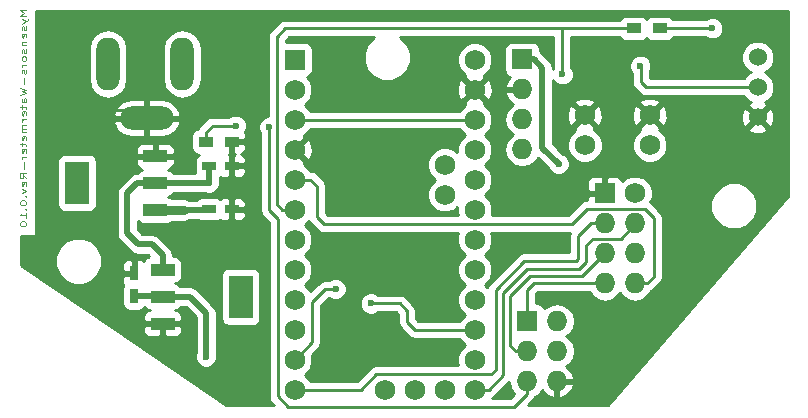
<source format=gbl>
G04 #@! TF.FileFunction,Copper,L2,Bot,Signal*
%FSLAX46Y46*%
G04 Gerber Fmt 4.6, Leading zero omitted, Abs format (unit mm)*
G04 Created by KiCad (PCBNEW 4.0.2-stable) date 2-3-2016 14:42:16*
%MOMM*%
G01*
G04 APERTURE LIST*
%ADD10C,0.100000*%
%ADD11C,0.125000*%
%ADD12C,1.727200*%
%ADD13R,1.727200X1.727200*%
%ADD14O,1.727200X1.727200*%
%ADD15R,1.200000X0.750000*%
%ADD16R,0.750000X1.200000*%
%ADD17R,1.200000X0.900000*%
%ADD18R,2.032000X3.657600*%
%ADD19R,2.032000X1.016000*%
%ADD20C,1.524000*%
%ADD21O,2.000000X4.500000*%
%ADD22O,4.500000X2.000000*%
%ADD23C,0.600000*%
%ADD24C,0.250000*%
%ADD25C,0.750000*%
%ADD26C,0.500000*%
%ADD27C,0.254000*%
G04 APERTURE END LIST*
D10*
D11*
X1146190Y34182857D02*
X646190Y34182857D01*
X1003333Y33932857D01*
X646190Y33682857D01*
X1146190Y33682857D01*
X812857Y33397142D02*
X1146190Y33218571D01*
X812857Y33039999D02*
X1146190Y33218571D01*
X1265238Y33289999D01*
X1289048Y33325714D01*
X1312857Y33397142D01*
X1122381Y32789999D02*
X1146190Y32718570D01*
X1146190Y32575713D01*
X1122381Y32504285D01*
X1074762Y32468570D01*
X1050952Y32468570D01*
X1003333Y32504285D01*
X979524Y32575713D01*
X979524Y32682856D01*
X955714Y32754285D01*
X908095Y32789999D01*
X884286Y32789999D01*
X836667Y32754285D01*
X812857Y32682856D01*
X812857Y32575713D01*
X836667Y32504285D01*
X1122381Y31861427D02*
X1146190Y31932856D01*
X1146190Y32075713D01*
X1122381Y32147142D01*
X1074762Y32182856D01*
X884286Y32182856D01*
X836667Y32147142D01*
X812857Y32075713D01*
X812857Y31932856D01*
X836667Y31861427D01*
X884286Y31825713D01*
X931905Y31825713D01*
X979524Y32182856D01*
X812857Y31504285D02*
X1146190Y31504285D01*
X860476Y31504285D02*
X836667Y31468570D01*
X812857Y31397142D01*
X812857Y31289999D01*
X836667Y31218570D01*
X884286Y31182856D01*
X1146190Y31182856D01*
X1122381Y30861428D02*
X1146190Y30789999D01*
X1146190Y30647142D01*
X1122381Y30575714D01*
X1074762Y30539999D01*
X1050952Y30539999D01*
X1003333Y30575714D01*
X979524Y30647142D01*
X979524Y30754285D01*
X955714Y30825714D01*
X908095Y30861428D01*
X884286Y30861428D01*
X836667Y30825714D01*
X812857Y30754285D01*
X812857Y30647142D01*
X836667Y30575714D01*
X1146190Y30111428D02*
X1122381Y30182856D01*
X1098571Y30218571D01*
X1050952Y30254285D01*
X908095Y30254285D01*
X860476Y30218571D01*
X836667Y30182856D01*
X812857Y30111428D01*
X812857Y30004285D01*
X836667Y29932856D01*
X860476Y29897142D01*
X908095Y29861428D01*
X1050952Y29861428D01*
X1098571Y29897142D01*
X1122381Y29932856D01*
X1146190Y30004285D01*
X1146190Y30111428D01*
X1146190Y29540000D02*
X812857Y29540000D01*
X908095Y29540000D02*
X860476Y29504285D01*
X836667Y29468571D01*
X812857Y29397142D01*
X812857Y29325714D01*
X1122381Y29111428D02*
X1146190Y29039999D01*
X1146190Y28897142D01*
X1122381Y28825714D01*
X1074762Y28789999D01*
X1050952Y28789999D01*
X1003333Y28825714D01*
X979524Y28897142D01*
X979524Y29004285D01*
X955714Y29075714D01*
X908095Y29111428D01*
X884286Y29111428D01*
X836667Y29075714D01*
X812857Y29004285D01*
X812857Y28897142D01*
X836667Y28825714D01*
X955714Y28468571D02*
X955714Y27897142D01*
X646190Y27611428D02*
X1146190Y27432857D01*
X789048Y27290000D01*
X1146190Y27147142D01*
X646190Y26968571D01*
X1146190Y26361428D02*
X884286Y26361428D01*
X836667Y26397142D01*
X812857Y26468571D01*
X812857Y26611428D01*
X836667Y26682857D01*
X1122381Y26361428D02*
X1146190Y26432857D01*
X1146190Y26611428D01*
X1122381Y26682857D01*
X1074762Y26718571D01*
X1027143Y26718571D01*
X979524Y26682857D01*
X955714Y26611428D01*
X955714Y26432857D01*
X931905Y26361428D01*
X812857Y26111428D02*
X812857Y25825714D01*
X646190Y26004286D02*
X1074762Y26004286D01*
X1122381Y25968571D01*
X1146190Y25897143D01*
X1146190Y25825714D01*
X1122381Y25290000D02*
X1146190Y25361429D01*
X1146190Y25504286D01*
X1122381Y25575715D01*
X1074762Y25611429D01*
X884286Y25611429D01*
X836667Y25575715D01*
X812857Y25504286D01*
X812857Y25361429D01*
X836667Y25290000D01*
X884286Y25254286D01*
X931905Y25254286D01*
X979524Y25611429D01*
X1146190Y24932858D02*
X812857Y24932858D01*
X908095Y24932858D02*
X860476Y24897143D01*
X836667Y24861429D01*
X812857Y24790000D01*
X812857Y24718572D01*
X1146190Y24468572D02*
X812857Y24468572D01*
X860476Y24468572D02*
X836667Y24432857D01*
X812857Y24361429D01*
X812857Y24254286D01*
X836667Y24182857D01*
X884286Y24147143D01*
X1146190Y24147143D01*
X884286Y24147143D02*
X836667Y24111429D01*
X812857Y24040000D01*
X812857Y23932857D01*
X836667Y23861429D01*
X884286Y23825714D01*
X1146190Y23825714D01*
X1122381Y23182857D02*
X1146190Y23254286D01*
X1146190Y23397143D01*
X1122381Y23468572D01*
X1074762Y23504286D01*
X884286Y23504286D01*
X836667Y23468572D01*
X812857Y23397143D01*
X812857Y23254286D01*
X836667Y23182857D01*
X884286Y23147143D01*
X931905Y23147143D01*
X979524Y23504286D01*
X812857Y22932857D02*
X812857Y22647143D01*
X646190Y22825715D02*
X1074762Y22825715D01*
X1122381Y22790000D01*
X1146190Y22718572D01*
X1146190Y22647143D01*
X1122381Y22111429D02*
X1146190Y22182858D01*
X1146190Y22325715D01*
X1122381Y22397144D01*
X1074762Y22432858D01*
X884286Y22432858D01*
X836667Y22397144D01*
X812857Y22325715D01*
X812857Y22182858D01*
X836667Y22111429D01*
X884286Y22075715D01*
X931905Y22075715D01*
X979524Y22432858D01*
X1146190Y21754287D02*
X812857Y21754287D01*
X908095Y21754287D02*
X860476Y21718572D01*
X836667Y21682858D01*
X812857Y21611429D01*
X812857Y21540001D01*
X955714Y21290001D02*
X955714Y20718572D01*
X1146190Y19932858D02*
X908095Y20182858D01*
X1146190Y20361430D02*
X646190Y20361430D01*
X646190Y20075715D01*
X670000Y20004287D01*
X693810Y19968572D01*
X741429Y19932858D01*
X812857Y19932858D01*
X860476Y19968572D01*
X884286Y20004287D01*
X908095Y20075715D01*
X908095Y20361430D01*
X1122381Y19325715D02*
X1146190Y19397144D01*
X1146190Y19540001D01*
X1122381Y19611430D01*
X1074762Y19647144D01*
X884286Y19647144D01*
X836667Y19611430D01*
X812857Y19540001D01*
X812857Y19397144D01*
X836667Y19325715D01*
X884286Y19290001D01*
X931905Y19290001D01*
X979524Y19647144D01*
X812857Y19040001D02*
X1146190Y18861430D01*
X812857Y18682858D01*
X1098571Y18397144D02*
X1122381Y18361429D01*
X1146190Y18397144D01*
X1122381Y18432858D01*
X1098571Y18397144D01*
X1146190Y18397144D01*
X646190Y17897143D02*
X646190Y17825715D01*
X670000Y17754286D01*
X693810Y17718572D01*
X741429Y17682858D01*
X836667Y17647143D01*
X955714Y17647143D01*
X1050952Y17682858D01*
X1098571Y17718572D01*
X1122381Y17754286D01*
X1146190Y17825715D01*
X1146190Y17897143D01*
X1122381Y17968572D01*
X1098571Y18004286D01*
X1050952Y18040001D01*
X955714Y18075715D01*
X836667Y18075715D01*
X741429Y18040001D01*
X693810Y18004286D01*
X670000Y17968572D01*
X646190Y17897143D01*
X1098571Y17325715D02*
X1122381Y17290000D01*
X1146190Y17325715D01*
X1122381Y17361429D01*
X1098571Y17325715D01*
X1146190Y17325715D01*
X1146190Y16575714D02*
X1146190Y17004286D01*
X1146190Y16790000D02*
X646190Y16790000D01*
X717619Y16861429D01*
X765238Y16932857D01*
X789048Y17004286D01*
X646190Y16111428D02*
X646190Y16040000D01*
X670000Y15968571D01*
X693810Y15932857D01*
X741429Y15897143D01*
X836667Y15861428D01*
X955714Y15861428D01*
X1050952Y15897143D01*
X1098571Y15932857D01*
X1122381Y15968571D01*
X1146190Y16040000D01*
X1146190Y16111428D01*
X1122381Y16182857D01*
X1098571Y16218571D01*
X1050952Y16254286D01*
X955714Y16290000D01*
X836667Y16290000D01*
X741429Y16254286D01*
X693810Y16218571D01*
X670000Y16182857D01*
X646190Y16111428D01*
D12*
X52701900Y18651600D03*
D13*
X50161900Y18651600D03*
D14*
X52701900Y16111600D03*
X50161900Y16111600D03*
X52701900Y13571600D03*
X50161900Y13571600D03*
X52701900Y11031600D03*
X50161900Y11031600D03*
D15*
X16664360Y17307840D03*
X18564360Y17307840D03*
X16664360Y20997840D03*
X18564360Y20997840D03*
D16*
X10296600Y9980000D03*
X10296600Y11880000D03*
D13*
X43557900Y7843900D03*
D14*
X46097900Y7843900D03*
X43557900Y5303900D03*
X46097900Y5303900D03*
X43557900Y2763900D03*
X46097900Y2763900D03*
D17*
X16364360Y23047840D03*
X18564360Y23047840D03*
X54792500Y32621600D03*
X52592500Y32621600D03*
D18*
X5472360Y19537840D03*
D19*
X12076360Y19537840D03*
X12076360Y17251840D03*
X12076360Y21823840D03*
D18*
X19326300Y9901300D03*
D19*
X12722300Y9901300D03*
X12722300Y12187300D03*
X12722300Y7615300D03*
D20*
X63103200Y27643200D03*
X63103200Y25103200D03*
X63103200Y30183200D03*
D12*
X39138300Y2040000D03*
X39138300Y4580000D03*
X39138300Y7120000D03*
X39138300Y9660000D03*
X39138300Y12200000D03*
X39138300Y14740000D03*
X39138300Y17280000D03*
X39138300Y19820000D03*
X39138300Y22360000D03*
X39138300Y24900000D03*
X39138300Y27440000D03*
X39138300Y29980000D03*
X36598300Y2040000D03*
X34058300Y2040000D03*
X31518300Y2040000D03*
D13*
X23898300Y29980000D03*
D12*
X23898300Y27440000D03*
X23898300Y24900000D03*
X23898300Y22360000D03*
X23898300Y19820000D03*
X23898300Y17280000D03*
X23898300Y14740000D03*
X23898300Y12200000D03*
X23898300Y9660000D03*
X23898300Y7120000D03*
X23898300Y4580000D03*
X23898300Y2040000D03*
X36598300Y21090000D03*
X36598300Y18550000D03*
X53960100Y22728300D03*
X53960100Y25268300D03*
X48460100Y22728300D03*
X48460100Y25268300D03*
D13*
X43148960Y30000320D03*
D14*
X43148960Y27460320D03*
X43148960Y24920320D03*
X43148960Y22380320D03*
D21*
X14380000Y29630000D03*
X8080000Y29630000D03*
D22*
X11380000Y25030000D03*
D23*
X56960000Y29040000D03*
X1660000Y13510000D03*
X7916620Y9174860D03*
X8140140Y15796640D03*
X63789000Y33028000D03*
X60868000Y22842600D03*
X27844360Y18387840D03*
X30040000Y22900000D03*
X64690700Y18867500D03*
X58720000Y13250000D03*
X4600000Y32800000D03*
X4600000Y26730000D03*
X50650000Y29480000D03*
X47832720Y18687160D03*
X27204360Y4657840D03*
X34439300Y14714600D03*
X34574360Y21977840D03*
X34574360Y18557840D03*
X41249040Y31526860D03*
X27164740Y27945460D03*
X36052200Y31526860D03*
X21160000Y4470000D03*
X47494900Y9863200D03*
X44690000Y9860000D03*
X51139800Y7805800D03*
X41550000Y1700000D03*
X46783700Y14371700D03*
X21734220Y24287860D03*
X30344360Y9337840D03*
X46567800Y28737940D03*
X27352700Y10574400D03*
X14484360Y17251840D03*
X18889420Y24402160D03*
X59255100Y32634300D03*
X53170000Y29460000D03*
X46245220Y21161120D03*
X16382440Y4844160D03*
X16644360Y19537840D03*
D24*
X1660000Y13510000D02*
X2140000Y13510000D01*
X3797840Y16497840D02*
X4044360Y16497840D01*
X2330000Y15030000D02*
X3797840Y16497840D01*
X2330000Y13700000D02*
X2330000Y15030000D01*
X2140000Y13510000D02*
X2330000Y13700000D01*
X4704360Y16497840D02*
X4044360Y16497840D01*
X8140140Y15796640D02*
X8140140Y15802060D01*
X7916620Y9174860D02*
X8810700Y10068940D01*
X8810700Y10068940D02*
X8810700Y15126080D01*
X8810700Y15126080D02*
X8140140Y15796640D01*
X7444360Y16497840D02*
X4704360Y16497840D01*
X8140140Y15802060D02*
X7444360Y16497840D01*
X1660000Y13510000D02*
X1651100Y13501100D01*
X63103200Y25103200D02*
X63103200Y25179400D01*
X63103200Y25179400D02*
X64970100Y27046300D01*
X64970100Y27046300D02*
X64970100Y31846900D01*
X64970100Y31846900D02*
X63789000Y33028000D01*
X60868000Y22842600D02*
X60868000Y22868000D01*
X60868000Y22868000D02*
X63103200Y25103200D01*
X26750720Y22360000D02*
X26750720Y23220720D01*
X26750720Y19481480D02*
X27844360Y18387840D01*
X26750720Y22360000D02*
X26750720Y19481480D01*
X26750720Y23220720D02*
X26900000Y23370000D01*
X24920000Y23370000D02*
X26900000Y23370000D01*
X23910000Y22360000D02*
X24920000Y23370000D01*
X26900000Y23370000D02*
X29570000Y23370000D01*
X29570000Y23370000D02*
X30040000Y22900000D01*
X23898300Y22360000D02*
X23910000Y22360000D01*
X58720000Y13250000D02*
X58720000Y13290000D01*
X10798600Y25727100D02*
X8182900Y25727100D01*
X7180000Y26730000D02*
X4600000Y26730000D01*
X8182900Y25727100D02*
X7180000Y26730000D01*
X50161900Y18651600D02*
X47868280Y18651600D01*
X47868280Y18651600D02*
X47832720Y18687160D01*
X1651100Y13541100D02*
X1651100Y13501100D01*
X34574360Y18557840D02*
X34574360Y21977840D01*
X34147200Y27094560D02*
X28015640Y27094560D01*
X41228720Y31506540D02*
X41249040Y31526860D01*
X36052200Y31526860D02*
X36057280Y29004640D01*
X34147200Y27094560D02*
X36057280Y29004640D01*
X36052200Y31526860D02*
X41228720Y31506540D01*
X28015640Y27094560D02*
X27164740Y27945460D01*
X21160000Y4470000D02*
X21160000Y4482700D01*
X47494900Y9863200D02*
X44690000Y9860000D01*
X46783700Y14371700D02*
X46783700Y14397100D01*
X21726600Y23426800D02*
X21726600Y24280240D01*
X43557900Y1697100D02*
X42473320Y612520D01*
X42473320Y612520D02*
X23296320Y612520D01*
X23296320Y612520D02*
X22442880Y1465960D01*
X22442880Y1465960D02*
X22442880Y16523080D01*
X22442880Y16523080D02*
X21726600Y17239360D01*
X21726600Y17239360D02*
X21726600Y23426800D01*
X43557900Y2763900D02*
X43557900Y1697100D01*
X21726600Y24280240D02*
X21734220Y24287860D01*
X23898300Y24900000D02*
X39138300Y24900000D01*
X30344360Y9337840D02*
X32780260Y9337840D01*
X33410600Y7767700D02*
X33410600Y8707500D01*
X34058300Y7120000D02*
X33410600Y7767700D01*
X34058300Y7120000D02*
X39138300Y7120000D01*
X32780260Y9337840D02*
X33410600Y8707500D01*
X50161900Y11031600D02*
X44116700Y11031600D01*
X43557900Y10472800D02*
X43557900Y7843900D01*
X44116700Y11031600D02*
X43557900Y10472800D01*
X50161900Y13571600D02*
X50148120Y13571600D01*
X50148120Y13571600D02*
X48224360Y11647840D01*
X43854360Y11647840D02*
X42148200Y9941680D01*
X48224360Y11647840D02*
X43854360Y11647840D01*
X42148200Y9937840D02*
X42148200Y5761100D01*
X42605400Y5303900D02*
X43557900Y5303900D01*
X42148200Y5761100D02*
X42605400Y5303900D01*
X50161900Y13571600D02*
X50136500Y13571600D01*
X50161900Y13571600D02*
X50156398Y13571600D01*
X43088000Y5303900D02*
X43557900Y5303900D01*
X43557900Y5303900D02*
X43634100Y5303900D01*
X46567800Y28737940D02*
X46567800Y32621600D01*
X51419200Y32621600D02*
X46567800Y32621600D01*
X46567800Y32621600D02*
X45747380Y32621600D01*
X45747380Y32621600D02*
X23093120Y32621600D01*
X22374300Y31902780D02*
X22374300Y25636600D01*
X23093120Y32621600D02*
X22374300Y31902780D01*
X52592500Y32621600D02*
X51419200Y32621600D01*
X52460600Y32489700D02*
X52592500Y32621600D01*
X22856900Y17280000D02*
X23898300Y17280000D01*
X22374300Y17762600D02*
X22856900Y17280000D01*
X22374300Y25636600D02*
X22374300Y17762600D01*
X52562200Y32591300D02*
X52592500Y32621600D01*
X52638400Y32575700D02*
X52592500Y32621600D01*
X27352700Y10574400D02*
X26450920Y10574400D01*
X25364360Y6046060D02*
X23898300Y4580000D01*
X25364360Y9487840D02*
X25364360Y6046060D01*
X26450920Y10574400D02*
X25364360Y9487840D01*
X27352700Y10574400D02*
X27441600Y10574400D01*
X41551300Y10224780D02*
X41551300Y3297300D01*
X40306700Y2052700D02*
X41551300Y3297300D01*
X39151000Y2052700D02*
X40306700Y2052700D01*
X48534360Y12847840D02*
X47954360Y12267840D01*
X47954360Y12267840D02*
X43594360Y12267840D01*
X43594360Y12267840D02*
X41551300Y10224780D01*
X51504360Y14837840D02*
X52701900Y16035380D01*
X51504360Y14837840D02*
X49114360Y14837840D01*
X49114360Y14837840D02*
X48534360Y14257840D01*
X48534360Y14257840D02*
X48534360Y12847840D01*
X52701900Y16111600D02*
X52701900Y16035380D01*
X39151000Y2052700D02*
X39138300Y2040000D01*
X54289400Y16581500D02*
X54289400Y11615800D01*
X53521050Y17349850D02*
X53514700Y17356200D01*
X54289400Y16581500D02*
X53514700Y17356200D01*
X52701900Y11031600D02*
X53705200Y11031600D01*
X54289400Y11615800D02*
X53705200Y11031600D01*
X53521050Y17349850D02*
X48682350Y17349850D01*
X25752500Y16695800D02*
X25752500Y19299300D01*
X26412900Y16035400D02*
X25752500Y16695800D01*
X47367900Y16035400D02*
X26412900Y16035400D01*
X48682350Y17349850D02*
X47367900Y16035400D01*
X25231800Y19820000D02*
X23898300Y19820000D01*
X25752500Y19299300D02*
X25231800Y19820000D01*
X48688700Y17356200D02*
X48682350Y17349850D01*
X40913760Y10483760D02*
X40913760Y3737240D01*
X43327840Y12897840D02*
X40913760Y10483760D01*
X48968100Y16111600D02*
X47901300Y15044800D01*
X50161900Y16111600D02*
X48980800Y16111600D01*
X48980800Y16111600D02*
X48968100Y16111600D01*
X47901300Y13104780D02*
X47694360Y12897840D01*
X47901300Y15044800D02*
X47901300Y13104780D01*
X30834360Y3337840D02*
X30814360Y3337840D01*
X29516520Y2040000D02*
X25084360Y2040000D01*
X30814360Y3337840D02*
X29516520Y2040000D01*
X40514360Y3337840D02*
X30834360Y3337840D01*
X40913760Y3737240D02*
X40514360Y3337840D01*
X25084360Y2040000D02*
X23898300Y2040000D01*
X47694360Y12897840D02*
X43327840Y12897840D01*
D25*
X12076360Y17251840D02*
X14484360Y17251840D01*
D26*
X14484360Y17251840D02*
X16608360Y17251840D01*
X16608360Y17251840D02*
X16664360Y17307840D01*
D24*
X18889420Y24402160D02*
X16938680Y24402160D01*
X16364360Y23827840D02*
X16364360Y23047840D01*
X16938680Y24402160D02*
X16364360Y23827840D01*
X54873600Y32629400D02*
X59250200Y32629400D01*
X59250200Y32629400D02*
X59255100Y32634300D01*
X63103200Y27643200D02*
X53636800Y27643200D01*
X53180000Y29450000D02*
X53180000Y28100000D01*
X53170000Y29460000D02*
X53180000Y29450000D01*
X53636800Y27643200D02*
X53180000Y28100000D01*
D26*
X43148960Y30000320D02*
X44124320Y30000320D01*
X44876160Y29248480D02*
X44124320Y30000320D01*
X44876160Y22530180D02*
X44876160Y29248480D01*
X44876160Y22530180D02*
X46245220Y21161120D01*
X12722300Y9901300D02*
X15021000Y9901300D01*
X15021000Y9901300D02*
X16392600Y8529700D01*
X16392600Y8529700D02*
X16392600Y4788280D01*
X10296600Y9980000D02*
X12643600Y9980000D01*
X12643600Y9980000D02*
X12722300Y9901300D01*
X12722300Y12187300D02*
X12722300Y13449900D01*
X12722300Y13449900D02*
X11824360Y14347840D01*
X10544360Y19537840D02*
X12076360Y19537840D01*
X10624360Y14347840D02*
X9704360Y15267840D01*
X9704360Y15267840D02*
X9704360Y18697840D01*
X9704360Y18697840D02*
X10544360Y19537840D01*
X10624360Y14347840D02*
X11824360Y14347840D01*
X12076360Y19537840D02*
X16644360Y19537840D01*
X16664360Y19557840D02*
X16664360Y20997840D01*
D27*
G36*
X65626900Y18400695D02*
X50407412Y703400D01*
X43639002Y703400D01*
X44095301Y1159699D01*
X44260048Y1406261D01*
X44269101Y1451773D01*
X44646929Y1704230D01*
X44827892Y1975061D01*
X45209410Y1557079D01*
X45738873Y1308932D01*
X45970900Y1429431D01*
X45970900Y2636900D01*
X46224900Y2636900D01*
X46224900Y1429431D01*
X46456927Y1308932D01*
X46986390Y1557079D01*
X47380588Y1988953D01*
X47552858Y2404874D01*
X47431717Y2636900D01*
X46224900Y2636900D01*
X45970900Y2636900D01*
X45950900Y2636900D01*
X45950900Y2890900D01*
X45970900Y2890900D01*
X45970900Y2910900D01*
X46224900Y2910900D01*
X46224900Y2890900D01*
X47431717Y2890900D01*
X47552858Y3122926D01*
X47380588Y3538847D01*
X46986390Y3970721D01*
X46863672Y4028236D01*
X47186929Y4244230D01*
X47511785Y4730411D01*
X47625859Y5303900D01*
X47511785Y5877389D01*
X47186929Y6363570D01*
X46872148Y6573900D01*
X47186929Y6784230D01*
X47511785Y7270411D01*
X47625859Y7843900D01*
X47511785Y8417389D01*
X47186929Y8903570D01*
X46700748Y9228426D01*
X46127259Y9342500D01*
X46068541Y9342500D01*
X45495052Y9228426D01*
X45029458Y8917326D01*
X45024662Y8942817D01*
X44885590Y9158941D01*
X44673390Y9303931D01*
X44421500Y9354940D01*
X44317900Y9354940D01*
X44317900Y10157998D01*
X44431502Y10271600D01*
X48882380Y10271600D01*
X49102230Y9942571D01*
X49588411Y9617715D01*
X50161900Y9503641D01*
X50735389Y9617715D01*
X51221570Y9942571D01*
X51431900Y10257352D01*
X51642230Y9942571D01*
X52128411Y9617715D01*
X52701900Y9503641D01*
X53275389Y9617715D01*
X53761570Y9942571D01*
X54039463Y10358467D01*
X54242601Y10494199D01*
X54826801Y11078399D01*
X54991548Y11324961D01*
X55049400Y11615800D01*
X55049400Y16581500D01*
X55040538Y16626050D01*
X54991548Y16872340D01*
X54826801Y17118901D01*
X54741311Y17204391D01*
X59098557Y17204391D01*
X59400118Y16474557D01*
X59958020Y15915681D01*
X60687327Y15612846D01*
X61477009Y15612157D01*
X62206843Y15913718D01*
X62765719Y16471620D01*
X63068554Y17200927D01*
X63069243Y17990609D01*
X62767682Y18720443D01*
X62209780Y19279319D01*
X61480473Y19582154D01*
X60690791Y19582843D01*
X59960957Y19281282D01*
X59402081Y18723380D01*
X59099246Y17994073D01*
X59098557Y17204391D01*
X54741311Y17204391D01*
X54052101Y17893601D01*
X54018996Y17915721D01*
X54200239Y18352202D01*
X54200759Y18948382D01*
X53973092Y19499380D01*
X53551897Y19921310D01*
X53001298Y20149939D01*
X52405118Y20150459D01*
X51854120Y19922792D01*
X51634712Y19703766D01*
X51563827Y19874898D01*
X51385199Y20053527D01*
X51151810Y20150200D01*
X50447650Y20150200D01*
X50288900Y19991450D01*
X50288900Y18778600D01*
X50308900Y18778600D01*
X50308900Y18524600D01*
X50288900Y18524600D01*
X50288900Y18504600D01*
X50034900Y18504600D01*
X50034900Y18524600D01*
X48822050Y18524600D01*
X48663300Y18365850D01*
X48663300Y18111148D01*
X48397860Y18058348D01*
X48151299Y17893601D01*
X47053098Y16795400D01*
X40559736Y16795400D01*
X40636639Y16980602D01*
X40637159Y17576782D01*
X40409492Y18127780D01*
X39988297Y18549710D01*
X39987369Y18550095D01*
X40408010Y18970003D01*
X40636639Y19520602D01*
X40636744Y19641509D01*
X48663300Y19641509D01*
X48663300Y18937350D01*
X48822050Y18778600D01*
X50034900Y18778600D01*
X50034900Y19991450D01*
X49876150Y20150200D01*
X49171990Y20150200D01*
X48938601Y20053527D01*
X48759973Y19874898D01*
X48663300Y19641509D01*
X40636744Y19641509D01*
X40637159Y20116782D01*
X40409492Y20667780D01*
X39988297Y21089710D01*
X39987369Y21090095D01*
X40408010Y21510003D01*
X40636639Y22060602D01*
X40637159Y22656782D01*
X40409492Y23207780D01*
X39988297Y23629710D01*
X39987369Y23630095D01*
X40408010Y24050003D01*
X40636639Y24600602D01*
X40637159Y25196782D01*
X40409492Y25747780D01*
X39988297Y26169710D01*
X39947763Y26186541D01*
X40012500Y26386195D01*
X39138300Y27260395D01*
X38264100Y26386195D01*
X38328699Y26186967D01*
X38290520Y26171192D01*
X37868590Y25749997D01*
X37831220Y25660000D01*
X25205762Y25660000D01*
X25169492Y25747780D01*
X24748297Y26169710D01*
X24747369Y26170095D01*
X25168010Y26590003D01*
X25396639Y27140602D01*
X25397102Y27671970D01*
X37628052Y27671970D01*
X37654242Y27076365D01*
X37831784Y26647741D01*
X38084495Y26565800D01*
X38958695Y27440000D01*
X39317905Y27440000D01*
X40192105Y26565800D01*
X40444816Y26647741D01*
X40648548Y27208030D01*
X40622358Y27803635D01*
X40444816Y28232259D01*
X40192105Y28314200D01*
X39317905Y27440000D01*
X38958695Y27440000D01*
X38084495Y28314200D01*
X37831784Y28232259D01*
X37628052Y27671970D01*
X25397102Y27671970D01*
X25397159Y27736782D01*
X25169492Y28287780D01*
X24952775Y28504876D01*
X24997217Y28513238D01*
X25213341Y28652310D01*
X25358331Y28864510D01*
X25409340Y29116400D01*
X25409340Y30843600D01*
X25365062Y31078917D01*
X25225990Y31295041D01*
X25013790Y31440031D01*
X24761900Y31491040D01*
X23134300Y31491040D01*
X23134300Y31587978D01*
X23407922Y31861600D01*
X30593166Y31861600D01*
X30039681Y31309080D01*
X29736846Y30579773D01*
X29736157Y29790091D01*
X30037718Y29060257D01*
X30595620Y28501381D01*
X31324927Y28198546D01*
X32114609Y28197857D01*
X32844443Y28499418D01*
X33403319Y29057320D01*
X33663214Y29683218D01*
X37639441Y29683218D01*
X37867108Y29132220D01*
X38288303Y28710290D01*
X38328837Y28693459D01*
X38264100Y28493805D01*
X39138300Y27619605D01*
X40012500Y28493805D01*
X39947901Y28693033D01*
X39986080Y28708808D01*
X40408010Y29130003D01*
X40636639Y29680602D01*
X40637159Y30276782D01*
X40409492Y30827780D01*
X39988297Y31249710D01*
X39437698Y31478339D01*
X38841518Y31478859D01*
X38290520Y31251192D01*
X37868590Y30829997D01*
X37639961Y30279398D01*
X37639441Y29683218D01*
X33663214Y29683218D01*
X33706154Y29786627D01*
X33706843Y30576309D01*
X33405282Y31306143D01*
X32850793Y31861600D01*
X45807800Y31861600D01*
X45807800Y29300403D01*
X45775608Y29268267D01*
X45761160Y29233473D01*
X45761160Y29248480D01*
X45693793Y29587155D01*
X45501950Y29874270D01*
X45501947Y29874272D01*
X44750110Y30626110D01*
X44660000Y30686319D01*
X44660000Y30863920D01*
X44615722Y31099237D01*
X44476650Y31315361D01*
X44264450Y31460351D01*
X44012560Y31511360D01*
X42285360Y31511360D01*
X42050043Y31467082D01*
X41833919Y31328010D01*
X41688929Y31115810D01*
X41637920Y30863920D01*
X41637920Y29136720D01*
X41682198Y28901403D01*
X41821270Y28685279D01*
X42033470Y28540289D01*
X42130411Y28520658D01*
X41942139Y28348810D01*
X41693992Y27819347D01*
X41814491Y27587320D01*
X43021960Y27587320D01*
X43021960Y27607320D01*
X43275960Y27607320D01*
X43275960Y27587320D01*
X43295960Y27587320D01*
X43295960Y27333320D01*
X43275960Y27333320D01*
X43275960Y27313320D01*
X43021960Y27313320D01*
X43021960Y27333320D01*
X41814491Y27333320D01*
X41693992Y27101293D01*
X41942139Y26571830D01*
X42360121Y26190312D01*
X42089290Y26009349D01*
X41764434Y25523168D01*
X41650360Y24949679D01*
X41650360Y24890961D01*
X41764434Y24317472D01*
X42089290Y23831291D01*
X42360132Y23650320D01*
X42089290Y23469349D01*
X41764434Y22983168D01*
X41650360Y22409679D01*
X41650360Y22350961D01*
X41764434Y21777472D01*
X42089290Y21291291D01*
X42575471Y20966435D01*
X43148960Y20852361D01*
X43722449Y20966435D01*
X44208630Y21291291D01*
X44470922Y21683838D01*
X45402475Y20752286D01*
X45452103Y20632177D01*
X45714893Y20368928D01*
X46058421Y20226282D01*
X46430387Y20225958D01*
X46774163Y20368003D01*
X47037412Y20630793D01*
X47180058Y20974321D01*
X47180382Y21346287D01*
X47038337Y21690063D01*
X46775547Y21953312D01*
X46654233Y22003686D01*
X46226402Y22431518D01*
X46961241Y22431518D01*
X47188908Y21880520D01*
X47610103Y21458590D01*
X48160702Y21229961D01*
X48756882Y21229441D01*
X49307880Y21457108D01*
X49729810Y21878303D01*
X49958439Y22428902D01*
X49958441Y22431518D01*
X52461241Y22431518D01*
X52688908Y21880520D01*
X53110103Y21458590D01*
X53660702Y21229961D01*
X54256882Y21229441D01*
X54807880Y21457108D01*
X55229810Y21878303D01*
X55458439Y22428902D01*
X55458959Y23025082D01*
X55231292Y23576080D01*
X54810097Y23998010D01*
X54769563Y24014841D01*
X54804628Y24122987D01*
X62302592Y24122987D01*
X62372057Y23880803D01*
X62895502Y23694056D01*
X63450568Y23721838D01*
X63834343Y23880803D01*
X63903808Y24122987D01*
X63103200Y24923595D01*
X62302592Y24122987D01*
X54804628Y24122987D01*
X54834300Y24214495D01*
X53960100Y25088695D01*
X53085900Y24214495D01*
X53150499Y24015267D01*
X53112320Y23999492D01*
X52690390Y23578297D01*
X52461761Y23027698D01*
X52461241Y22431518D01*
X49958441Y22431518D01*
X49958959Y23025082D01*
X49731292Y23576080D01*
X49310097Y23998010D01*
X49269563Y24014841D01*
X49334300Y24214495D01*
X48460100Y25088695D01*
X47585900Y24214495D01*
X47650499Y24015267D01*
X47612320Y23999492D01*
X47190390Y23578297D01*
X46961761Y23027698D01*
X46961241Y22431518D01*
X46226402Y22431518D01*
X45761160Y22896760D01*
X45761160Y25500270D01*
X46949852Y25500270D01*
X46976042Y24904665D01*
X47153584Y24476041D01*
X47406295Y24394100D01*
X48280495Y25268300D01*
X48639705Y25268300D01*
X49513905Y24394100D01*
X49766616Y24476041D01*
X49970348Y25036330D01*
X49949948Y25500270D01*
X52449852Y25500270D01*
X52476042Y24904665D01*
X52653584Y24476041D01*
X52906295Y24394100D01*
X53780495Y25268300D01*
X54139705Y25268300D01*
X55013905Y24394100D01*
X55266616Y24476041D01*
X55470348Y25036330D01*
X55458275Y25310898D01*
X61694056Y25310898D01*
X61721838Y24755832D01*
X61880803Y24372057D01*
X62122987Y24302592D01*
X62923595Y25103200D01*
X63282805Y25103200D01*
X64083413Y24302592D01*
X64325597Y24372057D01*
X64512344Y24895502D01*
X64484562Y25450568D01*
X64325597Y25834343D01*
X64083413Y25903808D01*
X63282805Y25103200D01*
X62923595Y25103200D01*
X62122987Y25903808D01*
X61880803Y25834343D01*
X61694056Y25310898D01*
X55458275Y25310898D01*
X55444158Y25631935D01*
X55266616Y26060559D01*
X55013905Y26142500D01*
X54139705Y25268300D01*
X53780495Y25268300D01*
X52906295Y26142500D01*
X52653584Y26060559D01*
X52449852Y25500270D01*
X49949948Y25500270D01*
X49944158Y25631935D01*
X49766616Y26060559D01*
X49513905Y26142500D01*
X48639705Y25268300D01*
X48280495Y25268300D01*
X47406295Y26142500D01*
X47153584Y26060559D01*
X46949852Y25500270D01*
X45761160Y25500270D01*
X45761160Y26322105D01*
X47585900Y26322105D01*
X48460100Y25447905D01*
X49334300Y26322105D01*
X53085900Y26322105D01*
X53960100Y25447905D01*
X54834300Y26322105D01*
X54752359Y26574816D01*
X54192070Y26778548D01*
X53596465Y26752358D01*
X53167841Y26574816D01*
X53085900Y26322105D01*
X49334300Y26322105D01*
X49252359Y26574816D01*
X48692070Y26778548D01*
X48096465Y26752358D01*
X47667841Y26574816D01*
X47585900Y26322105D01*
X45761160Y26322105D01*
X45761160Y28241725D01*
X45774683Y28208997D01*
X46037473Y27945748D01*
X46381001Y27803102D01*
X46752967Y27802778D01*
X47096743Y27944823D01*
X47359992Y28207613D01*
X47502638Y28551141D01*
X47502962Y28923107D01*
X47360917Y29266883D01*
X47352981Y29274833D01*
X52234838Y29274833D01*
X52376883Y28931057D01*
X52420000Y28887865D01*
X52420000Y28100000D01*
X52477852Y27809161D01*
X52642599Y27562599D01*
X53099399Y27105799D01*
X53345961Y26941052D01*
X53636800Y26883200D01*
X61905669Y26883200D01*
X61918190Y26852897D01*
X62310830Y26459571D01*
X62502927Y26379805D01*
X62372057Y26325597D01*
X62302592Y26083413D01*
X63103200Y25282805D01*
X63903808Y26083413D01*
X63834343Y26325597D01*
X63693882Y26375709D01*
X63893503Y26458190D01*
X64286829Y26850830D01*
X64499957Y27364100D01*
X64500442Y27919861D01*
X64288210Y28433503D01*
X63895570Y28826829D01*
X63687688Y28913149D01*
X63893503Y28998190D01*
X64286829Y29390830D01*
X64499957Y29904100D01*
X64500442Y30459861D01*
X64288210Y30973503D01*
X63895570Y31366829D01*
X63382300Y31579957D01*
X62826539Y31580442D01*
X62312897Y31368210D01*
X61919571Y30975570D01*
X61706443Y30462300D01*
X61705958Y29906539D01*
X61918190Y29392897D01*
X62310830Y28999571D01*
X62518712Y28913251D01*
X62312897Y28828210D01*
X61919571Y28435570D01*
X61906130Y28403200D01*
X53951602Y28403200D01*
X53940000Y28414802D01*
X53940000Y28907520D01*
X53962192Y28929673D01*
X54104838Y29273201D01*
X54105162Y29645167D01*
X53963117Y29988943D01*
X53700327Y30252192D01*
X53356799Y30394838D01*
X52984833Y30395162D01*
X52641057Y30253117D01*
X52377808Y29990327D01*
X52235162Y29646799D01*
X52234838Y29274833D01*
X47352981Y29274833D01*
X47327800Y29300058D01*
X47327800Y31861600D01*
X51437395Y31861600D01*
X51528410Y31720159D01*
X51740610Y31575169D01*
X51992500Y31524160D01*
X53192500Y31524160D01*
X53427817Y31568438D01*
X53643941Y31707510D01*
X53691634Y31777311D01*
X53728410Y31720159D01*
X53940610Y31575169D01*
X54192500Y31524160D01*
X55392500Y31524160D01*
X55627817Y31568438D01*
X55843941Y31707510D01*
X55954556Y31869400D01*
X58697529Y31869400D01*
X58724773Y31842108D01*
X59068301Y31699462D01*
X59440267Y31699138D01*
X59784043Y31841183D01*
X60047292Y32103973D01*
X60189938Y32447501D01*
X60190262Y32819467D01*
X60048217Y33163243D01*
X59785427Y33426492D01*
X59441899Y33569138D01*
X59069933Y33569462D01*
X58726157Y33427417D01*
X58688074Y33389400D01*
X55942586Y33389400D01*
X55856590Y33523041D01*
X55644390Y33668031D01*
X55392500Y33719040D01*
X54192500Y33719040D01*
X53957183Y33674762D01*
X53741059Y33535690D01*
X53693366Y33465889D01*
X53656590Y33523041D01*
X53444390Y33668031D01*
X53192500Y33719040D01*
X51992500Y33719040D01*
X51757183Y33674762D01*
X51541059Y33535690D01*
X51435774Y33381600D01*
X23093120Y33381600D01*
X22802281Y33323748D01*
X22555719Y33159001D01*
X21836899Y32440181D01*
X21672152Y32193619D01*
X21614300Y31902780D01*
X21614300Y25222965D01*
X21549053Y25223022D01*
X21205277Y25080977D01*
X20942028Y24818187D01*
X20799382Y24474659D01*
X20799058Y24102693D01*
X20941103Y23758917D01*
X20966600Y23733375D01*
X20966600Y17239360D01*
X21024452Y16948521D01*
X21189199Y16701959D01*
X21682880Y16208278D01*
X21682880Y1465960D01*
X21740732Y1175121D01*
X21905479Y928559D01*
X22130638Y703400D01*
X18064947Y703400D01*
X8400963Y7329550D01*
X11071300Y7329550D01*
X11071300Y6980991D01*
X11167973Y6747602D01*
X11346601Y6568973D01*
X11579990Y6472300D01*
X12436550Y6472300D01*
X12595300Y6631050D01*
X12595300Y7488300D01*
X12849300Y7488300D01*
X12849300Y6631050D01*
X13008050Y6472300D01*
X13864610Y6472300D01*
X14097999Y6568973D01*
X14276627Y6747602D01*
X14373300Y6980991D01*
X14373300Y7329550D01*
X14214550Y7488300D01*
X12849300Y7488300D01*
X12595300Y7488300D01*
X11230050Y7488300D01*
X11071300Y7329550D01*
X8400963Y7329550D01*
X815153Y12530791D01*
X3612257Y12530791D01*
X3913818Y11800957D01*
X4471720Y11242081D01*
X5201027Y10939246D01*
X5990709Y10938557D01*
X6720543Y11240118D01*
X7279419Y11798020D01*
X7582254Y12527327D01*
X7582322Y12606309D01*
X9286600Y12606309D01*
X9286600Y12165750D01*
X9445350Y12007000D01*
X10169600Y12007000D01*
X10169600Y12956250D01*
X10010850Y13115000D01*
X9795290Y13115000D01*
X9561901Y13018327D01*
X9383273Y12839698D01*
X9286600Y12606309D01*
X7582322Y12606309D01*
X7582943Y13317009D01*
X7281382Y14046843D01*
X6723480Y14605719D01*
X5994173Y14908554D01*
X5204491Y14909243D01*
X4474657Y14607682D01*
X3915781Y14049780D01*
X3612946Y13320473D01*
X3612257Y12530791D01*
X815153Y12530791D01*
X703100Y12607620D01*
X703100Y15021072D01*
X1967500Y15021072D01*
X1967500Y21366640D01*
X3808920Y21366640D01*
X3808920Y17709040D01*
X3853198Y17473723D01*
X3992270Y17257599D01*
X4204470Y17112609D01*
X4456360Y17061600D01*
X6488360Y17061600D01*
X6723677Y17105878D01*
X6939801Y17244950D01*
X7084791Y17457150D01*
X7135800Y17709040D01*
X7135800Y18697840D01*
X8819359Y18697840D01*
X8819360Y18697835D01*
X8819360Y15267845D01*
X8819359Y15267840D01*
X8868147Y15022571D01*
X8886727Y14929165D01*
X8976212Y14795241D01*
X9078570Y14642050D01*
X9998568Y13722053D01*
X9998570Y13722050D01*
X10267675Y13542241D01*
X10285685Y13530207D01*
X10624360Y13462840D01*
X11457780Y13462840D01*
X11598218Y13322403D01*
X11470983Y13298462D01*
X11254859Y13159390D01*
X11109869Y12947190D01*
X11108617Y12941008D01*
X11031299Y13018327D01*
X10797910Y13115000D01*
X10582350Y13115000D01*
X10423600Y12956250D01*
X10423600Y12007000D01*
X10443600Y12007000D01*
X10443600Y11753000D01*
X10423600Y11753000D01*
X10423600Y11733000D01*
X10169600Y11733000D01*
X10169600Y11753000D01*
X9445350Y11753000D01*
X9286600Y11594250D01*
X9286600Y11153691D01*
X9383273Y10920302D01*
X9384643Y10918932D01*
X9325169Y10831890D01*
X9274160Y10580000D01*
X9274160Y9380000D01*
X9318438Y9144683D01*
X9457510Y8928559D01*
X9669710Y8783569D01*
X9921600Y8732560D01*
X10671600Y8732560D01*
X10906917Y8776838D01*
X11123041Y8915910D01*
X11193012Y9018315D01*
X11242210Y8941859D01*
X11454410Y8796869D01*
X11644869Y8758300D01*
X11579990Y8758300D01*
X11346601Y8661627D01*
X11167973Y8482998D01*
X11071300Y8249609D01*
X11071300Y7901050D01*
X11230050Y7742300D01*
X12595300Y7742300D01*
X12595300Y7762300D01*
X12849300Y7762300D01*
X12849300Y7742300D01*
X14214550Y7742300D01*
X14373300Y7901050D01*
X14373300Y8249609D01*
X14276627Y8482998D01*
X14097999Y8661627D01*
X13864610Y8758300D01*
X13804413Y8758300D01*
X13973617Y8790138D01*
X14189741Y8929210D01*
X14249247Y9016300D01*
X14654420Y9016300D01*
X15507600Y8163121D01*
X15507600Y5175450D01*
X15447602Y5030959D01*
X15447278Y4658993D01*
X15589323Y4315217D01*
X15852113Y4051968D01*
X16195641Y3909322D01*
X16362958Y3909176D01*
X16392600Y3903280D01*
X16421984Y3909125D01*
X16567607Y3908998D01*
X16703381Y3965098D01*
X16731275Y3970647D01*
X16754716Y3986310D01*
X16911383Y4051043D01*
X17174632Y4313833D01*
X17317278Y4657361D01*
X17317602Y5029327D01*
X17277600Y5126139D01*
X17277600Y8529700D01*
X17210233Y8868375D01*
X17018390Y9155490D01*
X17018387Y9155492D01*
X15646790Y10527090D01*
X15470324Y10645000D01*
X15359675Y10718933D01*
X15303484Y10730110D01*
X15021000Y10786301D01*
X15020995Y10786300D01*
X14250291Y10786300D01*
X14202390Y10860741D01*
X13990190Y11005731D01*
X13801986Y11043843D01*
X13973617Y11076138D01*
X14189741Y11215210D01*
X14334731Y11427410D01*
X14385740Y11679300D01*
X14385740Y11730100D01*
X17662860Y11730100D01*
X17662860Y8072500D01*
X17707138Y7837183D01*
X17846210Y7621059D01*
X18058410Y7476069D01*
X18310300Y7425060D01*
X20342300Y7425060D01*
X20577617Y7469338D01*
X20793741Y7608410D01*
X20938731Y7820610D01*
X20989740Y8072500D01*
X20989740Y11730100D01*
X20945462Y11965417D01*
X20806390Y12181541D01*
X20594190Y12326531D01*
X20342300Y12377540D01*
X18310300Y12377540D01*
X18074983Y12333262D01*
X17858859Y12194190D01*
X17713869Y11981990D01*
X17662860Y11730100D01*
X14385740Y11730100D01*
X14385740Y12695300D01*
X14341462Y12930617D01*
X14202390Y13146741D01*
X13990190Y13291731D01*
X13738300Y13342740D01*
X13607300Y13342740D01*
X13607300Y13449895D01*
X13607301Y13449900D01*
X13539933Y13788574D01*
X13539933Y13788575D01*
X13348090Y14075690D01*
X13348087Y14075692D01*
X12450150Y14973630D01*
X12432408Y14985485D01*
X12163035Y15165473D01*
X12106844Y15176650D01*
X11824360Y15232841D01*
X11824355Y15232840D01*
X10990939Y15232840D01*
X10589360Y15634420D01*
X10589360Y16303137D01*
X10596270Y16292399D01*
X10808470Y16147409D01*
X11060360Y16096400D01*
X13092360Y16096400D01*
X13327677Y16140678D01*
X13484887Y16241840D01*
X14484360Y16241840D01*
X14870870Y16318722D01*
X14942884Y16366840D01*
X15767933Y16366840D01*
X15812470Y16336409D01*
X16064360Y16285400D01*
X17264360Y16285400D01*
X17499677Y16329678D01*
X17603006Y16396169D01*
X17604662Y16394513D01*
X17838051Y16297840D01*
X18278610Y16297840D01*
X18437360Y16456590D01*
X18437360Y17180840D01*
X18691360Y17180840D01*
X18691360Y16456590D01*
X18850110Y16297840D01*
X19290669Y16297840D01*
X19524058Y16394513D01*
X19702687Y16573141D01*
X19799360Y16806530D01*
X19799360Y17022090D01*
X19640610Y17180840D01*
X18691360Y17180840D01*
X18437360Y17180840D01*
X18417360Y17180840D01*
X18417360Y17434840D01*
X18437360Y17434840D01*
X18437360Y18159090D01*
X18691360Y18159090D01*
X18691360Y17434840D01*
X19640610Y17434840D01*
X19799360Y17593590D01*
X19799360Y17809150D01*
X19702687Y18042539D01*
X19524058Y18221167D01*
X19290669Y18317840D01*
X18850110Y18317840D01*
X18691360Y18159090D01*
X18437360Y18159090D01*
X18278610Y18317840D01*
X17838051Y18317840D01*
X17604662Y18221167D01*
X17603292Y18219797D01*
X17516250Y18279271D01*
X17264360Y18330280D01*
X16064360Y18330280D01*
X15829043Y18286002D01*
X15612919Y18146930D01*
X15606025Y18136840D01*
X14942884Y18136840D01*
X14870870Y18184958D01*
X14484360Y18261840D01*
X13482454Y18261840D01*
X13344250Y18356271D01*
X13156046Y18394383D01*
X13327677Y18426678D01*
X13543801Y18565750D01*
X13603307Y18652840D01*
X16337538Y18652840D01*
X16457561Y18603002D01*
X16829527Y18602678D01*
X17173303Y18744723D01*
X17436552Y19007513D01*
X17579198Y19351041D01*
X17579522Y19723007D01*
X17549360Y19796005D01*
X17549360Y20051648D01*
X17603006Y20086169D01*
X17604662Y20084513D01*
X17838051Y19987840D01*
X18278610Y19987840D01*
X18437360Y20146590D01*
X18437360Y20870840D01*
X18691360Y20870840D01*
X18691360Y20146590D01*
X18850110Y19987840D01*
X19290669Y19987840D01*
X19524058Y20084513D01*
X19702687Y20263141D01*
X19799360Y20496530D01*
X19799360Y20712090D01*
X19640610Y20870840D01*
X18691360Y20870840D01*
X18437360Y20870840D01*
X18417360Y20870840D01*
X18417360Y21124840D01*
X18437360Y21124840D01*
X18437360Y21849090D01*
X18301110Y21985340D01*
X18437360Y22121590D01*
X18437360Y22920840D01*
X18691360Y22920840D01*
X18691360Y22121590D01*
X18827610Y21985340D01*
X18691360Y21849090D01*
X18691360Y21124840D01*
X19640610Y21124840D01*
X19799360Y21283590D01*
X19799360Y21499150D01*
X19702687Y21732539D01*
X19524058Y21911167D01*
X19344989Y21985340D01*
X19524058Y22059513D01*
X19702687Y22238141D01*
X19799360Y22471530D01*
X19799360Y22762090D01*
X19640610Y22920840D01*
X18691360Y22920840D01*
X18437360Y22920840D01*
X18417360Y22920840D01*
X18417360Y23174840D01*
X18437360Y23174840D01*
X18437360Y23194840D01*
X18691360Y23194840D01*
X18691360Y23174840D01*
X19640610Y23174840D01*
X19799360Y23333590D01*
X19799360Y23624150D01*
X19702687Y23857539D01*
X19683602Y23876624D01*
X19824258Y24215361D01*
X19824582Y24587327D01*
X19682537Y24931103D01*
X19419747Y25194352D01*
X19076219Y25336998D01*
X18704253Y25337322D01*
X18360477Y25195277D01*
X18327302Y25162160D01*
X16938680Y25162160D01*
X16647841Y25104308D01*
X16401279Y24939561D01*
X15826959Y24365241D01*
X15667853Y24127121D01*
X15529043Y24101002D01*
X15312919Y23961930D01*
X15167929Y23749730D01*
X15116920Y23497840D01*
X15116920Y22597840D01*
X15161198Y22362523D01*
X15300270Y22146399D01*
X15512470Y22001409D01*
X15764360Y21950400D01*
X15789256Y21950400D01*
X15612919Y21836930D01*
X15467929Y21624730D01*
X15416920Y21372840D01*
X15416920Y20622840D01*
X15454553Y20422840D01*
X13604351Y20422840D01*
X13556450Y20497281D01*
X13344250Y20642271D01*
X13153791Y20680840D01*
X13218670Y20680840D01*
X13452059Y20777513D01*
X13630687Y20956142D01*
X13727360Y21189531D01*
X13727360Y21538090D01*
X13568610Y21696840D01*
X12203360Y21696840D01*
X12203360Y21676840D01*
X11949360Y21676840D01*
X11949360Y21696840D01*
X10584110Y21696840D01*
X10425360Y21538090D01*
X10425360Y21189531D01*
X10522033Y20956142D01*
X10700661Y20777513D01*
X10934050Y20680840D01*
X10994247Y20680840D01*
X10825043Y20649002D01*
X10608919Y20509930D01*
X10549413Y20422840D01*
X10544360Y20422840D01*
X10205685Y20355473D01*
X9918570Y20163630D01*
X9918568Y20163627D01*
X9078570Y19323630D01*
X8886727Y19036515D01*
X8881147Y19008461D01*
X8819359Y18697840D01*
X7135800Y18697840D01*
X7135800Y21366640D01*
X7091522Y21601957D01*
X6952450Y21818081D01*
X6740250Y21963071D01*
X6488360Y22014080D01*
X4456360Y22014080D01*
X4221043Y21969802D01*
X4004919Y21830730D01*
X3859929Y21618530D01*
X3808920Y21366640D01*
X1967500Y21366640D01*
X1967500Y22458149D01*
X10425360Y22458149D01*
X10425360Y22109590D01*
X10584110Y21950840D01*
X11949360Y21950840D01*
X11949360Y22808090D01*
X12203360Y22808090D01*
X12203360Y21950840D01*
X13568610Y21950840D01*
X13727360Y22109590D01*
X13727360Y22458149D01*
X13630687Y22691538D01*
X13452059Y22870167D01*
X13218670Y22966840D01*
X12362110Y22966840D01*
X12203360Y22808090D01*
X11949360Y22808090D01*
X11790610Y22966840D01*
X10934050Y22966840D01*
X10700661Y22870167D01*
X10522033Y22691538D01*
X10425360Y22458149D01*
X1967500Y22458149D01*
X1967500Y24649566D01*
X8539876Y24649566D01*
X8570856Y24521645D01*
X8884078Y23963683D01*
X9386980Y23568058D01*
X10003000Y23395000D01*
X11253000Y23395000D01*
X11253000Y24903000D01*
X11507000Y24903000D01*
X11507000Y23395000D01*
X12757000Y23395000D01*
X13373020Y23568058D01*
X13875922Y23963683D01*
X14189144Y24521645D01*
X14220124Y24649566D01*
X14100777Y24903000D01*
X11507000Y24903000D01*
X11253000Y24903000D01*
X8659223Y24903000D01*
X8539876Y24649566D01*
X1967500Y24649566D01*
X1967500Y25410434D01*
X8539876Y25410434D01*
X8659223Y25157000D01*
X11253000Y25157000D01*
X11253000Y26665000D01*
X11507000Y26665000D01*
X11507000Y25157000D01*
X14100777Y25157000D01*
X14220124Y25410434D01*
X14189144Y25538355D01*
X13875922Y26096317D01*
X13373020Y26491942D01*
X12757000Y26665000D01*
X11507000Y26665000D01*
X11253000Y26665000D01*
X10003000Y26665000D01*
X9386980Y26491942D01*
X8884078Y26096317D01*
X8570856Y25538355D01*
X8539876Y25410434D01*
X1967500Y25410434D01*
X1967500Y30936520D01*
X6445000Y30936520D01*
X6445000Y28323480D01*
X6569457Y27697793D01*
X6923880Y27167360D01*
X7454313Y26812937D01*
X8080000Y26688480D01*
X8705687Y26812937D01*
X9236120Y27167360D01*
X9590543Y27697793D01*
X9715000Y28323480D01*
X9715000Y30936520D01*
X12745000Y30936520D01*
X12745000Y28323480D01*
X12869457Y27697793D01*
X13223880Y27167360D01*
X13754313Y26812937D01*
X14380000Y26688480D01*
X15005687Y26812937D01*
X15536120Y27167360D01*
X15890543Y27697793D01*
X16015000Y28323480D01*
X16015000Y30936520D01*
X15890543Y31562207D01*
X15536120Y32092640D01*
X15005687Y32447063D01*
X14380000Y32571520D01*
X13754313Y32447063D01*
X13223880Y32092640D01*
X12869457Y31562207D01*
X12745000Y30936520D01*
X9715000Y30936520D01*
X9590543Y31562207D01*
X9236120Y32092640D01*
X8705687Y32447063D01*
X8080000Y32571520D01*
X7454313Y32447063D01*
X6923880Y32092640D01*
X6569457Y31562207D01*
X6445000Y30936520D01*
X1967500Y30936520D01*
X1967500Y34097900D01*
X65626900Y34097900D01*
X65626900Y18400695D01*
X65626900Y18400695D01*
G37*
X65626900Y18400695D02*
X50407412Y703400D01*
X43639002Y703400D01*
X44095301Y1159699D01*
X44260048Y1406261D01*
X44269101Y1451773D01*
X44646929Y1704230D01*
X44827892Y1975061D01*
X45209410Y1557079D01*
X45738873Y1308932D01*
X45970900Y1429431D01*
X45970900Y2636900D01*
X46224900Y2636900D01*
X46224900Y1429431D01*
X46456927Y1308932D01*
X46986390Y1557079D01*
X47380588Y1988953D01*
X47552858Y2404874D01*
X47431717Y2636900D01*
X46224900Y2636900D01*
X45970900Y2636900D01*
X45950900Y2636900D01*
X45950900Y2890900D01*
X45970900Y2890900D01*
X45970900Y2910900D01*
X46224900Y2910900D01*
X46224900Y2890900D01*
X47431717Y2890900D01*
X47552858Y3122926D01*
X47380588Y3538847D01*
X46986390Y3970721D01*
X46863672Y4028236D01*
X47186929Y4244230D01*
X47511785Y4730411D01*
X47625859Y5303900D01*
X47511785Y5877389D01*
X47186929Y6363570D01*
X46872148Y6573900D01*
X47186929Y6784230D01*
X47511785Y7270411D01*
X47625859Y7843900D01*
X47511785Y8417389D01*
X47186929Y8903570D01*
X46700748Y9228426D01*
X46127259Y9342500D01*
X46068541Y9342500D01*
X45495052Y9228426D01*
X45029458Y8917326D01*
X45024662Y8942817D01*
X44885590Y9158941D01*
X44673390Y9303931D01*
X44421500Y9354940D01*
X44317900Y9354940D01*
X44317900Y10157998D01*
X44431502Y10271600D01*
X48882380Y10271600D01*
X49102230Y9942571D01*
X49588411Y9617715D01*
X50161900Y9503641D01*
X50735389Y9617715D01*
X51221570Y9942571D01*
X51431900Y10257352D01*
X51642230Y9942571D01*
X52128411Y9617715D01*
X52701900Y9503641D01*
X53275389Y9617715D01*
X53761570Y9942571D01*
X54039463Y10358467D01*
X54242601Y10494199D01*
X54826801Y11078399D01*
X54991548Y11324961D01*
X55049400Y11615800D01*
X55049400Y16581500D01*
X55040538Y16626050D01*
X54991548Y16872340D01*
X54826801Y17118901D01*
X54741311Y17204391D01*
X59098557Y17204391D01*
X59400118Y16474557D01*
X59958020Y15915681D01*
X60687327Y15612846D01*
X61477009Y15612157D01*
X62206843Y15913718D01*
X62765719Y16471620D01*
X63068554Y17200927D01*
X63069243Y17990609D01*
X62767682Y18720443D01*
X62209780Y19279319D01*
X61480473Y19582154D01*
X60690791Y19582843D01*
X59960957Y19281282D01*
X59402081Y18723380D01*
X59099246Y17994073D01*
X59098557Y17204391D01*
X54741311Y17204391D01*
X54052101Y17893601D01*
X54018996Y17915721D01*
X54200239Y18352202D01*
X54200759Y18948382D01*
X53973092Y19499380D01*
X53551897Y19921310D01*
X53001298Y20149939D01*
X52405118Y20150459D01*
X51854120Y19922792D01*
X51634712Y19703766D01*
X51563827Y19874898D01*
X51385199Y20053527D01*
X51151810Y20150200D01*
X50447650Y20150200D01*
X50288900Y19991450D01*
X50288900Y18778600D01*
X50308900Y18778600D01*
X50308900Y18524600D01*
X50288900Y18524600D01*
X50288900Y18504600D01*
X50034900Y18504600D01*
X50034900Y18524600D01*
X48822050Y18524600D01*
X48663300Y18365850D01*
X48663300Y18111148D01*
X48397860Y18058348D01*
X48151299Y17893601D01*
X47053098Y16795400D01*
X40559736Y16795400D01*
X40636639Y16980602D01*
X40637159Y17576782D01*
X40409492Y18127780D01*
X39988297Y18549710D01*
X39987369Y18550095D01*
X40408010Y18970003D01*
X40636639Y19520602D01*
X40636744Y19641509D01*
X48663300Y19641509D01*
X48663300Y18937350D01*
X48822050Y18778600D01*
X50034900Y18778600D01*
X50034900Y19991450D01*
X49876150Y20150200D01*
X49171990Y20150200D01*
X48938601Y20053527D01*
X48759973Y19874898D01*
X48663300Y19641509D01*
X40636744Y19641509D01*
X40637159Y20116782D01*
X40409492Y20667780D01*
X39988297Y21089710D01*
X39987369Y21090095D01*
X40408010Y21510003D01*
X40636639Y22060602D01*
X40637159Y22656782D01*
X40409492Y23207780D01*
X39988297Y23629710D01*
X39987369Y23630095D01*
X40408010Y24050003D01*
X40636639Y24600602D01*
X40637159Y25196782D01*
X40409492Y25747780D01*
X39988297Y26169710D01*
X39947763Y26186541D01*
X40012500Y26386195D01*
X39138300Y27260395D01*
X38264100Y26386195D01*
X38328699Y26186967D01*
X38290520Y26171192D01*
X37868590Y25749997D01*
X37831220Y25660000D01*
X25205762Y25660000D01*
X25169492Y25747780D01*
X24748297Y26169710D01*
X24747369Y26170095D01*
X25168010Y26590003D01*
X25396639Y27140602D01*
X25397102Y27671970D01*
X37628052Y27671970D01*
X37654242Y27076365D01*
X37831784Y26647741D01*
X38084495Y26565800D01*
X38958695Y27440000D01*
X39317905Y27440000D01*
X40192105Y26565800D01*
X40444816Y26647741D01*
X40648548Y27208030D01*
X40622358Y27803635D01*
X40444816Y28232259D01*
X40192105Y28314200D01*
X39317905Y27440000D01*
X38958695Y27440000D01*
X38084495Y28314200D01*
X37831784Y28232259D01*
X37628052Y27671970D01*
X25397102Y27671970D01*
X25397159Y27736782D01*
X25169492Y28287780D01*
X24952775Y28504876D01*
X24997217Y28513238D01*
X25213341Y28652310D01*
X25358331Y28864510D01*
X25409340Y29116400D01*
X25409340Y30843600D01*
X25365062Y31078917D01*
X25225990Y31295041D01*
X25013790Y31440031D01*
X24761900Y31491040D01*
X23134300Y31491040D01*
X23134300Y31587978D01*
X23407922Y31861600D01*
X30593166Y31861600D01*
X30039681Y31309080D01*
X29736846Y30579773D01*
X29736157Y29790091D01*
X30037718Y29060257D01*
X30595620Y28501381D01*
X31324927Y28198546D01*
X32114609Y28197857D01*
X32844443Y28499418D01*
X33403319Y29057320D01*
X33663214Y29683218D01*
X37639441Y29683218D01*
X37867108Y29132220D01*
X38288303Y28710290D01*
X38328837Y28693459D01*
X38264100Y28493805D01*
X39138300Y27619605D01*
X40012500Y28493805D01*
X39947901Y28693033D01*
X39986080Y28708808D01*
X40408010Y29130003D01*
X40636639Y29680602D01*
X40637159Y30276782D01*
X40409492Y30827780D01*
X39988297Y31249710D01*
X39437698Y31478339D01*
X38841518Y31478859D01*
X38290520Y31251192D01*
X37868590Y30829997D01*
X37639961Y30279398D01*
X37639441Y29683218D01*
X33663214Y29683218D01*
X33706154Y29786627D01*
X33706843Y30576309D01*
X33405282Y31306143D01*
X32850793Y31861600D01*
X45807800Y31861600D01*
X45807800Y29300403D01*
X45775608Y29268267D01*
X45761160Y29233473D01*
X45761160Y29248480D01*
X45693793Y29587155D01*
X45501950Y29874270D01*
X45501947Y29874272D01*
X44750110Y30626110D01*
X44660000Y30686319D01*
X44660000Y30863920D01*
X44615722Y31099237D01*
X44476650Y31315361D01*
X44264450Y31460351D01*
X44012560Y31511360D01*
X42285360Y31511360D01*
X42050043Y31467082D01*
X41833919Y31328010D01*
X41688929Y31115810D01*
X41637920Y30863920D01*
X41637920Y29136720D01*
X41682198Y28901403D01*
X41821270Y28685279D01*
X42033470Y28540289D01*
X42130411Y28520658D01*
X41942139Y28348810D01*
X41693992Y27819347D01*
X41814491Y27587320D01*
X43021960Y27587320D01*
X43021960Y27607320D01*
X43275960Y27607320D01*
X43275960Y27587320D01*
X43295960Y27587320D01*
X43295960Y27333320D01*
X43275960Y27333320D01*
X43275960Y27313320D01*
X43021960Y27313320D01*
X43021960Y27333320D01*
X41814491Y27333320D01*
X41693992Y27101293D01*
X41942139Y26571830D01*
X42360121Y26190312D01*
X42089290Y26009349D01*
X41764434Y25523168D01*
X41650360Y24949679D01*
X41650360Y24890961D01*
X41764434Y24317472D01*
X42089290Y23831291D01*
X42360132Y23650320D01*
X42089290Y23469349D01*
X41764434Y22983168D01*
X41650360Y22409679D01*
X41650360Y22350961D01*
X41764434Y21777472D01*
X42089290Y21291291D01*
X42575471Y20966435D01*
X43148960Y20852361D01*
X43722449Y20966435D01*
X44208630Y21291291D01*
X44470922Y21683838D01*
X45402475Y20752286D01*
X45452103Y20632177D01*
X45714893Y20368928D01*
X46058421Y20226282D01*
X46430387Y20225958D01*
X46774163Y20368003D01*
X47037412Y20630793D01*
X47180058Y20974321D01*
X47180382Y21346287D01*
X47038337Y21690063D01*
X46775547Y21953312D01*
X46654233Y22003686D01*
X46226402Y22431518D01*
X46961241Y22431518D01*
X47188908Y21880520D01*
X47610103Y21458590D01*
X48160702Y21229961D01*
X48756882Y21229441D01*
X49307880Y21457108D01*
X49729810Y21878303D01*
X49958439Y22428902D01*
X49958441Y22431518D01*
X52461241Y22431518D01*
X52688908Y21880520D01*
X53110103Y21458590D01*
X53660702Y21229961D01*
X54256882Y21229441D01*
X54807880Y21457108D01*
X55229810Y21878303D01*
X55458439Y22428902D01*
X55458959Y23025082D01*
X55231292Y23576080D01*
X54810097Y23998010D01*
X54769563Y24014841D01*
X54804628Y24122987D01*
X62302592Y24122987D01*
X62372057Y23880803D01*
X62895502Y23694056D01*
X63450568Y23721838D01*
X63834343Y23880803D01*
X63903808Y24122987D01*
X63103200Y24923595D01*
X62302592Y24122987D01*
X54804628Y24122987D01*
X54834300Y24214495D01*
X53960100Y25088695D01*
X53085900Y24214495D01*
X53150499Y24015267D01*
X53112320Y23999492D01*
X52690390Y23578297D01*
X52461761Y23027698D01*
X52461241Y22431518D01*
X49958441Y22431518D01*
X49958959Y23025082D01*
X49731292Y23576080D01*
X49310097Y23998010D01*
X49269563Y24014841D01*
X49334300Y24214495D01*
X48460100Y25088695D01*
X47585900Y24214495D01*
X47650499Y24015267D01*
X47612320Y23999492D01*
X47190390Y23578297D01*
X46961761Y23027698D01*
X46961241Y22431518D01*
X46226402Y22431518D01*
X45761160Y22896760D01*
X45761160Y25500270D01*
X46949852Y25500270D01*
X46976042Y24904665D01*
X47153584Y24476041D01*
X47406295Y24394100D01*
X48280495Y25268300D01*
X48639705Y25268300D01*
X49513905Y24394100D01*
X49766616Y24476041D01*
X49970348Y25036330D01*
X49949948Y25500270D01*
X52449852Y25500270D01*
X52476042Y24904665D01*
X52653584Y24476041D01*
X52906295Y24394100D01*
X53780495Y25268300D01*
X54139705Y25268300D01*
X55013905Y24394100D01*
X55266616Y24476041D01*
X55470348Y25036330D01*
X55458275Y25310898D01*
X61694056Y25310898D01*
X61721838Y24755832D01*
X61880803Y24372057D01*
X62122987Y24302592D01*
X62923595Y25103200D01*
X63282805Y25103200D01*
X64083413Y24302592D01*
X64325597Y24372057D01*
X64512344Y24895502D01*
X64484562Y25450568D01*
X64325597Y25834343D01*
X64083413Y25903808D01*
X63282805Y25103200D01*
X62923595Y25103200D01*
X62122987Y25903808D01*
X61880803Y25834343D01*
X61694056Y25310898D01*
X55458275Y25310898D01*
X55444158Y25631935D01*
X55266616Y26060559D01*
X55013905Y26142500D01*
X54139705Y25268300D01*
X53780495Y25268300D01*
X52906295Y26142500D01*
X52653584Y26060559D01*
X52449852Y25500270D01*
X49949948Y25500270D01*
X49944158Y25631935D01*
X49766616Y26060559D01*
X49513905Y26142500D01*
X48639705Y25268300D01*
X48280495Y25268300D01*
X47406295Y26142500D01*
X47153584Y26060559D01*
X46949852Y25500270D01*
X45761160Y25500270D01*
X45761160Y26322105D01*
X47585900Y26322105D01*
X48460100Y25447905D01*
X49334300Y26322105D01*
X53085900Y26322105D01*
X53960100Y25447905D01*
X54834300Y26322105D01*
X54752359Y26574816D01*
X54192070Y26778548D01*
X53596465Y26752358D01*
X53167841Y26574816D01*
X53085900Y26322105D01*
X49334300Y26322105D01*
X49252359Y26574816D01*
X48692070Y26778548D01*
X48096465Y26752358D01*
X47667841Y26574816D01*
X47585900Y26322105D01*
X45761160Y26322105D01*
X45761160Y28241725D01*
X45774683Y28208997D01*
X46037473Y27945748D01*
X46381001Y27803102D01*
X46752967Y27802778D01*
X47096743Y27944823D01*
X47359992Y28207613D01*
X47502638Y28551141D01*
X47502962Y28923107D01*
X47360917Y29266883D01*
X47352981Y29274833D01*
X52234838Y29274833D01*
X52376883Y28931057D01*
X52420000Y28887865D01*
X52420000Y28100000D01*
X52477852Y27809161D01*
X52642599Y27562599D01*
X53099399Y27105799D01*
X53345961Y26941052D01*
X53636800Y26883200D01*
X61905669Y26883200D01*
X61918190Y26852897D01*
X62310830Y26459571D01*
X62502927Y26379805D01*
X62372057Y26325597D01*
X62302592Y26083413D01*
X63103200Y25282805D01*
X63903808Y26083413D01*
X63834343Y26325597D01*
X63693882Y26375709D01*
X63893503Y26458190D01*
X64286829Y26850830D01*
X64499957Y27364100D01*
X64500442Y27919861D01*
X64288210Y28433503D01*
X63895570Y28826829D01*
X63687688Y28913149D01*
X63893503Y28998190D01*
X64286829Y29390830D01*
X64499957Y29904100D01*
X64500442Y30459861D01*
X64288210Y30973503D01*
X63895570Y31366829D01*
X63382300Y31579957D01*
X62826539Y31580442D01*
X62312897Y31368210D01*
X61919571Y30975570D01*
X61706443Y30462300D01*
X61705958Y29906539D01*
X61918190Y29392897D01*
X62310830Y28999571D01*
X62518712Y28913251D01*
X62312897Y28828210D01*
X61919571Y28435570D01*
X61906130Y28403200D01*
X53951602Y28403200D01*
X53940000Y28414802D01*
X53940000Y28907520D01*
X53962192Y28929673D01*
X54104838Y29273201D01*
X54105162Y29645167D01*
X53963117Y29988943D01*
X53700327Y30252192D01*
X53356799Y30394838D01*
X52984833Y30395162D01*
X52641057Y30253117D01*
X52377808Y29990327D01*
X52235162Y29646799D01*
X52234838Y29274833D01*
X47352981Y29274833D01*
X47327800Y29300058D01*
X47327800Y31861600D01*
X51437395Y31861600D01*
X51528410Y31720159D01*
X51740610Y31575169D01*
X51992500Y31524160D01*
X53192500Y31524160D01*
X53427817Y31568438D01*
X53643941Y31707510D01*
X53691634Y31777311D01*
X53728410Y31720159D01*
X53940610Y31575169D01*
X54192500Y31524160D01*
X55392500Y31524160D01*
X55627817Y31568438D01*
X55843941Y31707510D01*
X55954556Y31869400D01*
X58697529Y31869400D01*
X58724773Y31842108D01*
X59068301Y31699462D01*
X59440267Y31699138D01*
X59784043Y31841183D01*
X60047292Y32103973D01*
X60189938Y32447501D01*
X60190262Y32819467D01*
X60048217Y33163243D01*
X59785427Y33426492D01*
X59441899Y33569138D01*
X59069933Y33569462D01*
X58726157Y33427417D01*
X58688074Y33389400D01*
X55942586Y33389400D01*
X55856590Y33523041D01*
X55644390Y33668031D01*
X55392500Y33719040D01*
X54192500Y33719040D01*
X53957183Y33674762D01*
X53741059Y33535690D01*
X53693366Y33465889D01*
X53656590Y33523041D01*
X53444390Y33668031D01*
X53192500Y33719040D01*
X51992500Y33719040D01*
X51757183Y33674762D01*
X51541059Y33535690D01*
X51435774Y33381600D01*
X23093120Y33381600D01*
X22802281Y33323748D01*
X22555719Y33159001D01*
X21836899Y32440181D01*
X21672152Y32193619D01*
X21614300Y31902780D01*
X21614300Y25222965D01*
X21549053Y25223022D01*
X21205277Y25080977D01*
X20942028Y24818187D01*
X20799382Y24474659D01*
X20799058Y24102693D01*
X20941103Y23758917D01*
X20966600Y23733375D01*
X20966600Y17239360D01*
X21024452Y16948521D01*
X21189199Y16701959D01*
X21682880Y16208278D01*
X21682880Y1465960D01*
X21740732Y1175121D01*
X21905479Y928559D01*
X22130638Y703400D01*
X18064947Y703400D01*
X8400963Y7329550D01*
X11071300Y7329550D01*
X11071300Y6980991D01*
X11167973Y6747602D01*
X11346601Y6568973D01*
X11579990Y6472300D01*
X12436550Y6472300D01*
X12595300Y6631050D01*
X12595300Y7488300D01*
X12849300Y7488300D01*
X12849300Y6631050D01*
X13008050Y6472300D01*
X13864610Y6472300D01*
X14097999Y6568973D01*
X14276627Y6747602D01*
X14373300Y6980991D01*
X14373300Y7329550D01*
X14214550Y7488300D01*
X12849300Y7488300D01*
X12595300Y7488300D01*
X11230050Y7488300D01*
X11071300Y7329550D01*
X8400963Y7329550D01*
X815153Y12530791D01*
X3612257Y12530791D01*
X3913818Y11800957D01*
X4471720Y11242081D01*
X5201027Y10939246D01*
X5990709Y10938557D01*
X6720543Y11240118D01*
X7279419Y11798020D01*
X7582254Y12527327D01*
X7582322Y12606309D01*
X9286600Y12606309D01*
X9286600Y12165750D01*
X9445350Y12007000D01*
X10169600Y12007000D01*
X10169600Y12956250D01*
X10010850Y13115000D01*
X9795290Y13115000D01*
X9561901Y13018327D01*
X9383273Y12839698D01*
X9286600Y12606309D01*
X7582322Y12606309D01*
X7582943Y13317009D01*
X7281382Y14046843D01*
X6723480Y14605719D01*
X5994173Y14908554D01*
X5204491Y14909243D01*
X4474657Y14607682D01*
X3915781Y14049780D01*
X3612946Y13320473D01*
X3612257Y12530791D01*
X815153Y12530791D01*
X703100Y12607620D01*
X703100Y15021072D01*
X1967500Y15021072D01*
X1967500Y21366640D01*
X3808920Y21366640D01*
X3808920Y17709040D01*
X3853198Y17473723D01*
X3992270Y17257599D01*
X4204470Y17112609D01*
X4456360Y17061600D01*
X6488360Y17061600D01*
X6723677Y17105878D01*
X6939801Y17244950D01*
X7084791Y17457150D01*
X7135800Y17709040D01*
X7135800Y18697840D01*
X8819359Y18697840D01*
X8819360Y18697835D01*
X8819360Y15267845D01*
X8819359Y15267840D01*
X8868147Y15022571D01*
X8886727Y14929165D01*
X8976212Y14795241D01*
X9078570Y14642050D01*
X9998568Y13722053D01*
X9998570Y13722050D01*
X10267675Y13542241D01*
X10285685Y13530207D01*
X10624360Y13462840D01*
X11457780Y13462840D01*
X11598218Y13322403D01*
X11470983Y13298462D01*
X11254859Y13159390D01*
X11109869Y12947190D01*
X11108617Y12941008D01*
X11031299Y13018327D01*
X10797910Y13115000D01*
X10582350Y13115000D01*
X10423600Y12956250D01*
X10423600Y12007000D01*
X10443600Y12007000D01*
X10443600Y11753000D01*
X10423600Y11753000D01*
X10423600Y11733000D01*
X10169600Y11733000D01*
X10169600Y11753000D01*
X9445350Y11753000D01*
X9286600Y11594250D01*
X9286600Y11153691D01*
X9383273Y10920302D01*
X9384643Y10918932D01*
X9325169Y10831890D01*
X9274160Y10580000D01*
X9274160Y9380000D01*
X9318438Y9144683D01*
X9457510Y8928559D01*
X9669710Y8783569D01*
X9921600Y8732560D01*
X10671600Y8732560D01*
X10906917Y8776838D01*
X11123041Y8915910D01*
X11193012Y9018315D01*
X11242210Y8941859D01*
X11454410Y8796869D01*
X11644869Y8758300D01*
X11579990Y8758300D01*
X11346601Y8661627D01*
X11167973Y8482998D01*
X11071300Y8249609D01*
X11071300Y7901050D01*
X11230050Y7742300D01*
X12595300Y7742300D01*
X12595300Y7762300D01*
X12849300Y7762300D01*
X12849300Y7742300D01*
X14214550Y7742300D01*
X14373300Y7901050D01*
X14373300Y8249609D01*
X14276627Y8482998D01*
X14097999Y8661627D01*
X13864610Y8758300D01*
X13804413Y8758300D01*
X13973617Y8790138D01*
X14189741Y8929210D01*
X14249247Y9016300D01*
X14654420Y9016300D01*
X15507600Y8163121D01*
X15507600Y5175450D01*
X15447602Y5030959D01*
X15447278Y4658993D01*
X15589323Y4315217D01*
X15852113Y4051968D01*
X16195641Y3909322D01*
X16362958Y3909176D01*
X16392600Y3903280D01*
X16421984Y3909125D01*
X16567607Y3908998D01*
X16703381Y3965098D01*
X16731275Y3970647D01*
X16754716Y3986310D01*
X16911383Y4051043D01*
X17174632Y4313833D01*
X17317278Y4657361D01*
X17317602Y5029327D01*
X17277600Y5126139D01*
X17277600Y8529700D01*
X17210233Y8868375D01*
X17018390Y9155490D01*
X17018387Y9155492D01*
X15646790Y10527090D01*
X15470324Y10645000D01*
X15359675Y10718933D01*
X15303484Y10730110D01*
X15021000Y10786301D01*
X15020995Y10786300D01*
X14250291Y10786300D01*
X14202390Y10860741D01*
X13990190Y11005731D01*
X13801986Y11043843D01*
X13973617Y11076138D01*
X14189741Y11215210D01*
X14334731Y11427410D01*
X14385740Y11679300D01*
X14385740Y11730100D01*
X17662860Y11730100D01*
X17662860Y8072500D01*
X17707138Y7837183D01*
X17846210Y7621059D01*
X18058410Y7476069D01*
X18310300Y7425060D01*
X20342300Y7425060D01*
X20577617Y7469338D01*
X20793741Y7608410D01*
X20938731Y7820610D01*
X20989740Y8072500D01*
X20989740Y11730100D01*
X20945462Y11965417D01*
X20806390Y12181541D01*
X20594190Y12326531D01*
X20342300Y12377540D01*
X18310300Y12377540D01*
X18074983Y12333262D01*
X17858859Y12194190D01*
X17713869Y11981990D01*
X17662860Y11730100D01*
X14385740Y11730100D01*
X14385740Y12695300D01*
X14341462Y12930617D01*
X14202390Y13146741D01*
X13990190Y13291731D01*
X13738300Y13342740D01*
X13607300Y13342740D01*
X13607300Y13449895D01*
X13607301Y13449900D01*
X13539933Y13788574D01*
X13539933Y13788575D01*
X13348090Y14075690D01*
X13348087Y14075692D01*
X12450150Y14973630D01*
X12432408Y14985485D01*
X12163035Y15165473D01*
X12106844Y15176650D01*
X11824360Y15232841D01*
X11824355Y15232840D01*
X10990939Y15232840D01*
X10589360Y15634420D01*
X10589360Y16303137D01*
X10596270Y16292399D01*
X10808470Y16147409D01*
X11060360Y16096400D01*
X13092360Y16096400D01*
X13327677Y16140678D01*
X13484887Y16241840D01*
X14484360Y16241840D01*
X14870870Y16318722D01*
X14942884Y16366840D01*
X15767933Y16366840D01*
X15812470Y16336409D01*
X16064360Y16285400D01*
X17264360Y16285400D01*
X17499677Y16329678D01*
X17603006Y16396169D01*
X17604662Y16394513D01*
X17838051Y16297840D01*
X18278610Y16297840D01*
X18437360Y16456590D01*
X18437360Y17180840D01*
X18691360Y17180840D01*
X18691360Y16456590D01*
X18850110Y16297840D01*
X19290669Y16297840D01*
X19524058Y16394513D01*
X19702687Y16573141D01*
X19799360Y16806530D01*
X19799360Y17022090D01*
X19640610Y17180840D01*
X18691360Y17180840D01*
X18437360Y17180840D01*
X18417360Y17180840D01*
X18417360Y17434840D01*
X18437360Y17434840D01*
X18437360Y18159090D01*
X18691360Y18159090D01*
X18691360Y17434840D01*
X19640610Y17434840D01*
X19799360Y17593590D01*
X19799360Y17809150D01*
X19702687Y18042539D01*
X19524058Y18221167D01*
X19290669Y18317840D01*
X18850110Y18317840D01*
X18691360Y18159090D01*
X18437360Y18159090D01*
X18278610Y18317840D01*
X17838051Y18317840D01*
X17604662Y18221167D01*
X17603292Y18219797D01*
X17516250Y18279271D01*
X17264360Y18330280D01*
X16064360Y18330280D01*
X15829043Y18286002D01*
X15612919Y18146930D01*
X15606025Y18136840D01*
X14942884Y18136840D01*
X14870870Y18184958D01*
X14484360Y18261840D01*
X13482454Y18261840D01*
X13344250Y18356271D01*
X13156046Y18394383D01*
X13327677Y18426678D01*
X13543801Y18565750D01*
X13603307Y18652840D01*
X16337538Y18652840D01*
X16457561Y18603002D01*
X16829527Y18602678D01*
X17173303Y18744723D01*
X17436552Y19007513D01*
X17579198Y19351041D01*
X17579522Y19723007D01*
X17549360Y19796005D01*
X17549360Y20051648D01*
X17603006Y20086169D01*
X17604662Y20084513D01*
X17838051Y19987840D01*
X18278610Y19987840D01*
X18437360Y20146590D01*
X18437360Y20870840D01*
X18691360Y20870840D01*
X18691360Y20146590D01*
X18850110Y19987840D01*
X19290669Y19987840D01*
X19524058Y20084513D01*
X19702687Y20263141D01*
X19799360Y20496530D01*
X19799360Y20712090D01*
X19640610Y20870840D01*
X18691360Y20870840D01*
X18437360Y20870840D01*
X18417360Y20870840D01*
X18417360Y21124840D01*
X18437360Y21124840D01*
X18437360Y21849090D01*
X18301110Y21985340D01*
X18437360Y22121590D01*
X18437360Y22920840D01*
X18691360Y22920840D01*
X18691360Y22121590D01*
X18827610Y21985340D01*
X18691360Y21849090D01*
X18691360Y21124840D01*
X19640610Y21124840D01*
X19799360Y21283590D01*
X19799360Y21499150D01*
X19702687Y21732539D01*
X19524058Y21911167D01*
X19344989Y21985340D01*
X19524058Y22059513D01*
X19702687Y22238141D01*
X19799360Y22471530D01*
X19799360Y22762090D01*
X19640610Y22920840D01*
X18691360Y22920840D01*
X18437360Y22920840D01*
X18417360Y22920840D01*
X18417360Y23174840D01*
X18437360Y23174840D01*
X18437360Y23194840D01*
X18691360Y23194840D01*
X18691360Y23174840D01*
X19640610Y23174840D01*
X19799360Y23333590D01*
X19799360Y23624150D01*
X19702687Y23857539D01*
X19683602Y23876624D01*
X19824258Y24215361D01*
X19824582Y24587327D01*
X19682537Y24931103D01*
X19419747Y25194352D01*
X19076219Y25336998D01*
X18704253Y25337322D01*
X18360477Y25195277D01*
X18327302Y25162160D01*
X16938680Y25162160D01*
X16647841Y25104308D01*
X16401279Y24939561D01*
X15826959Y24365241D01*
X15667853Y24127121D01*
X15529043Y24101002D01*
X15312919Y23961930D01*
X15167929Y23749730D01*
X15116920Y23497840D01*
X15116920Y22597840D01*
X15161198Y22362523D01*
X15300270Y22146399D01*
X15512470Y22001409D01*
X15764360Y21950400D01*
X15789256Y21950400D01*
X15612919Y21836930D01*
X15467929Y21624730D01*
X15416920Y21372840D01*
X15416920Y20622840D01*
X15454553Y20422840D01*
X13604351Y20422840D01*
X13556450Y20497281D01*
X13344250Y20642271D01*
X13153791Y20680840D01*
X13218670Y20680840D01*
X13452059Y20777513D01*
X13630687Y20956142D01*
X13727360Y21189531D01*
X13727360Y21538090D01*
X13568610Y21696840D01*
X12203360Y21696840D01*
X12203360Y21676840D01*
X11949360Y21676840D01*
X11949360Y21696840D01*
X10584110Y21696840D01*
X10425360Y21538090D01*
X10425360Y21189531D01*
X10522033Y20956142D01*
X10700661Y20777513D01*
X10934050Y20680840D01*
X10994247Y20680840D01*
X10825043Y20649002D01*
X10608919Y20509930D01*
X10549413Y20422840D01*
X10544360Y20422840D01*
X10205685Y20355473D01*
X9918570Y20163630D01*
X9918568Y20163627D01*
X9078570Y19323630D01*
X8886727Y19036515D01*
X8881147Y19008461D01*
X8819359Y18697840D01*
X7135800Y18697840D01*
X7135800Y21366640D01*
X7091522Y21601957D01*
X6952450Y21818081D01*
X6740250Y21963071D01*
X6488360Y22014080D01*
X4456360Y22014080D01*
X4221043Y21969802D01*
X4004919Y21830730D01*
X3859929Y21618530D01*
X3808920Y21366640D01*
X1967500Y21366640D01*
X1967500Y22458149D01*
X10425360Y22458149D01*
X10425360Y22109590D01*
X10584110Y21950840D01*
X11949360Y21950840D01*
X11949360Y22808090D01*
X12203360Y22808090D01*
X12203360Y21950840D01*
X13568610Y21950840D01*
X13727360Y22109590D01*
X13727360Y22458149D01*
X13630687Y22691538D01*
X13452059Y22870167D01*
X13218670Y22966840D01*
X12362110Y22966840D01*
X12203360Y22808090D01*
X11949360Y22808090D01*
X11790610Y22966840D01*
X10934050Y22966840D01*
X10700661Y22870167D01*
X10522033Y22691538D01*
X10425360Y22458149D01*
X1967500Y22458149D01*
X1967500Y24649566D01*
X8539876Y24649566D01*
X8570856Y24521645D01*
X8884078Y23963683D01*
X9386980Y23568058D01*
X10003000Y23395000D01*
X11253000Y23395000D01*
X11253000Y24903000D01*
X11507000Y24903000D01*
X11507000Y23395000D01*
X12757000Y23395000D01*
X13373020Y23568058D01*
X13875922Y23963683D01*
X14189144Y24521645D01*
X14220124Y24649566D01*
X14100777Y24903000D01*
X11507000Y24903000D01*
X11253000Y24903000D01*
X8659223Y24903000D01*
X8539876Y24649566D01*
X1967500Y24649566D01*
X1967500Y25410434D01*
X8539876Y25410434D01*
X8659223Y25157000D01*
X11253000Y25157000D01*
X11253000Y26665000D01*
X11507000Y26665000D01*
X11507000Y25157000D01*
X14100777Y25157000D01*
X14220124Y25410434D01*
X14189144Y25538355D01*
X13875922Y26096317D01*
X13373020Y26491942D01*
X12757000Y26665000D01*
X11507000Y26665000D01*
X11253000Y26665000D01*
X10003000Y26665000D01*
X9386980Y26491942D01*
X8884078Y26096317D01*
X8570856Y25538355D01*
X8539876Y25410434D01*
X1967500Y25410434D01*
X1967500Y30936520D01*
X6445000Y30936520D01*
X6445000Y28323480D01*
X6569457Y27697793D01*
X6923880Y27167360D01*
X7454313Y26812937D01*
X8080000Y26688480D01*
X8705687Y26812937D01*
X9236120Y27167360D01*
X9590543Y27697793D01*
X9715000Y28323480D01*
X9715000Y30936520D01*
X12745000Y30936520D01*
X12745000Y28323480D01*
X12869457Y27697793D01*
X13223880Y27167360D01*
X13754313Y26812937D01*
X14380000Y26688480D01*
X15005687Y26812937D01*
X15536120Y27167360D01*
X15890543Y27697793D01*
X16015000Y28323480D01*
X16015000Y30936520D01*
X15890543Y31562207D01*
X15536120Y32092640D01*
X15005687Y32447063D01*
X14380000Y32571520D01*
X13754313Y32447063D01*
X13223880Y32092640D01*
X12869457Y31562207D01*
X12745000Y30936520D01*
X9715000Y30936520D01*
X9590543Y31562207D01*
X9236120Y32092640D01*
X8705687Y32447063D01*
X8080000Y32571520D01*
X7454313Y32447063D01*
X6923880Y32092640D01*
X6569457Y31562207D01*
X6445000Y30936520D01*
X1967500Y30936520D01*
X1967500Y34097900D01*
X65626900Y34097900D01*
X65626900Y18400695D01*
G36*
X42144015Y2190411D02*
X42468871Y1704230D01*
X42481674Y1695676D01*
X42158518Y1372520D01*
X40630417Y1372520D01*
X40844101Y1515299D01*
X42040354Y2711552D01*
X42144015Y2190411D01*
X42144015Y2190411D01*
G37*
X42144015Y2190411D02*
X42468871Y1704230D01*
X42481674Y1695676D01*
X42158518Y1372520D01*
X40630417Y1372520D01*
X40844101Y1515299D01*
X42040354Y2711552D01*
X42144015Y2190411D01*
G36*
X31712048Y2054142D02*
X31697905Y2040000D01*
X31712048Y2025857D01*
X31532443Y1846252D01*
X31518300Y1860395D01*
X31504158Y1846252D01*
X31324553Y2025857D01*
X31338695Y2040000D01*
X31324553Y2054142D01*
X31504158Y2233747D01*
X31518300Y2219605D01*
X31532443Y2233747D01*
X31712048Y2054142D01*
X31712048Y2054142D01*
G37*
X31712048Y2054142D02*
X31697905Y2040000D01*
X31712048Y2025857D01*
X31532443Y1846252D01*
X31518300Y1860395D01*
X31504158Y1846252D01*
X31324553Y2025857D01*
X31338695Y2040000D01*
X31324553Y2054142D01*
X31504158Y2233747D01*
X31518300Y2219605D01*
X31532443Y2233747D01*
X31712048Y2054142D01*
G36*
X25215099Y16158399D02*
X25875499Y15497999D01*
X26122061Y15333252D01*
X26412900Y15275400D01*
X37737958Y15275400D01*
X37639961Y15039398D01*
X37639441Y14443218D01*
X37867108Y13892220D01*
X38288303Y13470290D01*
X38289231Y13469905D01*
X37868590Y13049997D01*
X37639961Y12499398D01*
X37639441Y11903218D01*
X37867108Y11352220D01*
X38288303Y10930290D01*
X38289231Y10929905D01*
X37868590Y10509997D01*
X37639961Y9959398D01*
X37639441Y9363218D01*
X37867108Y8812220D01*
X38288303Y8390290D01*
X38289231Y8389905D01*
X37868590Y7969997D01*
X37831220Y7880000D01*
X34373102Y7880000D01*
X34170600Y8082502D01*
X34170600Y8707500D01*
X34112748Y8998339D01*
X34112748Y8998340D01*
X33948001Y9244901D01*
X33317661Y9875241D01*
X33071099Y10039988D01*
X32780260Y10097840D01*
X30906823Y10097840D01*
X30874687Y10130032D01*
X30531159Y10272678D01*
X30159193Y10273002D01*
X29815417Y10130957D01*
X29552168Y9868167D01*
X29409522Y9524639D01*
X29409198Y9152673D01*
X29551243Y8808897D01*
X29814033Y8545648D01*
X30157561Y8403002D01*
X30529527Y8402678D01*
X30873303Y8544723D01*
X30906478Y8577840D01*
X32465458Y8577840D01*
X32650600Y8392698D01*
X32650600Y7767700D01*
X32708452Y7476861D01*
X32873199Y7230299D01*
X33520899Y6582599D01*
X33767461Y6417852D01*
X34058300Y6360000D01*
X37830838Y6360000D01*
X37867108Y6272220D01*
X38288303Y5850290D01*
X38289231Y5849905D01*
X37868590Y5429997D01*
X37639961Y4879398D01*
X37639441Y4283218D01*
X37716037Y4097840D01*
X30814360Y4097840D01*
X30523521Y4039988D01*
X30276959Y3875241D01*
X29201718Y2800000D01*
X25205762Y2800000D01*
X25169492Y2887780D01*
X24748297Y3309710D01*
X24747369Y3310095D01*
X25168010Y3730003D01*
X25396639Y4280602D01*
X25397159Y4876782D01*
X25359946Y4966844D01*
X25901761Y5508659D01*
X26066508Y5755221D01*
X26124360Y6046060D01*
X26124360Y9173038D01*
X26765722Y9814400D01*
X26790237Y9814400D01*
X26822373Y9782208D01*
X27165901Y9639562D01*
X27537867Y9639238D01*
X27881643Y9781283D01*
X28144892Y10044073D01*
X28287538Y10387601D01*
X28287862Y10759567D01*
X28145817Y11103343D01*
X27883027Y11366592D01*
X27539499Y11509238D01*
X27167533Y11509562D01*
X26823757Y11367517D01*
X26790582Y11334400D01*
X26450920Y11334400D01*
X26160081Y11276548D01*
X25913519Y11111801D01*
X25210427Y10408709D01*
X25169492Y10507780D01*
X24748297Y10929710D01*
X24747369Y10930095D01*
X25168010Y11350003D01*
X25396639Y11900602D01*
X25397159Y12496782D01*
X25169492Y13047780D01*
X24748297Y13469710D01*
X24747369Y13470095D01*
X25168010Y13890003D01*
X25396639Y14440602D01*
X25397159Y15036782D01*
X25169492Y15587780D01*
X24748297Y16009710D01*
X24747369Y16010095D01*
X25087392Y16349526D01*
X25215099Y16158399D01*
X25215099Y16158399D01*
G37*
X25215099Y16158399D02*
X25875499Y15497999D01*
X26122061Y15333252D01*
X26412900Y15275400D01*
X37737958Y15275400D01*
X37639961Y15039398D01*
X37639441Y14443218D01*
X37867108Y13892220D01*
X38288303Y13470290D01*
X38289231Y13469905D01*
X37868590Y13049997D01*
X37639961Y12499398D01*
X37639441Y11903218D01*
X37867108Y11352220D01*
X38288303Y10930290D01*
X38289231Y10929905D01*
X37868590Y10509997D01*
X37639961Y9959398D01*
X37639441Y9363218D01*
X37867108Y8812220D01*
X38288303Y8390290D01*
X38289231Y8389905D01*
X37868590Y7969997D01*
X37831220Y7880000D01*
X34373102Y7880000D01*
X34170600Y8082502D01*
X34170600Y8707500D01*
X34112748Y8998339D01*
X34112748Y8998340D01*
X33948001Y9244901D01*
X33317661Y9875241D01*
X33071099Y10039988D01*
X32780260Y10097840D01*
X30906823Y10097840D01*
X30874687Y10130032D01*
X30531159Y10272678D01*
X30159193Y10273002D01*
X29815417Y10130957D01*
X29552168Y9868167D01*
X29409522Y9524639D01*
X29409198Y9152673D01*
X29551243Y8808897D01*
X29814033Y8545648D01*
X30157561Y8403002D01*
X30529527Y8402678D01*
X30873303Y8544723D01*
X30906478Y8577840D01*
X32465458Y8577840D01*
X32650600Y8392698D01*
X32650600Y7767700D01*
X32708452Y7476861D01*
X32873199Y7230299D01*
X33520899Y6582599D01*
X33767461Y6417852D01*
X34058300Y6360000D01*
X37830838Y6360000D01*
X37867108Y6272220D01*
X38288303Y5850290D01*
X38289231Y5849905D01*
X37868590Y5429997D01*
X37639961Y4879398D01*
X37639441Y4283218D01*
X37716037Y4097840D01*
X30814360Y4097840D01*
X30523521Y4039988D01*
X30276959Y3875241D01*
X29201718Y2800000D01*
X25205762Y2800000D01*
X25169492Y2887780D01*
X24748297Y3309710D01*
X24747369Y3310095D01*
X25168010Y3730003D01*
X25396639Y4280602D01*
X25397159Y4876782D01*
X25359946Y4966844D01*
X25901761Y5508659D01*
X26066508Y5755221D01*
X26124360Y6046060D01*
X26124360Y9173038D01*
X26765722Y9814400D01*
X26790237Y9814400D01*
X26822373Y9782208D01*
X27165901Y9639562D01*
X27537867Y9639238D01*
X27881643Y9781283D01*
X28144892Y10044073D01*
X28287538Y10387601D01*
X28287862Y10759567D01*
X28145817Y11103343D01*
X27883027Y11366592D01*
X27539499Y11509238D01*
X27167533Y11509562D01*
X26823757Y11367517D01*
X26790582Y11334400D01*
X26450920Y11334400D01*
X26160081Y11276548D01*
X25913519Y11111801D01*
X25210427Y10408709D01*
X25169492Y10507780D01*
X24748297Y10929710D01*
X24747369Y10930095D01*
X25168010Y11350003D01*
X25396639Y11900602D01*
X25397159Y12496782D01*
X25169492Y13047780D01*
X24748297Y13469710D01*
X24747369Y13470095D01*
X25168010Y13890003D01*
X25396639Y14440602D01*
X25397159Y15036782D01*
X25169492Y15587780D01*
X24748297Y16009710D01*
X24747369Y16010095D01*
X25087392Y16349526D01*
X25215099Y16158399D01*
G36*
X47141300Y15044800D02*
X47141300Y13657840D01*
X43327840Y13657840D01*
X43037001Y13599988D01*
X42790439Y13435241D01*
X40376359Y11021161D01*
X40211612Y10774599D01*
X40200235Y10717402D01*
X39988297Y10929710D01*
X39987369Y10930095D01*
X40408010Y11350003D01*
X40636639Y11900602D01*
X40637159Y12496782D01*
X40409492Y13047780D01*
X39988297Y13469710D01*
X39987369Y13470095D01*
X40408010Y13890003D01*
X40636639Y14440602D01*
X40637159Y15036782D01*
X40538564Y15275400D01*
X47187170Y15275400D01*
X47141300Y15044800D01*
X47141300Y15044800D01*
G37*
X47141300Y15044800D02*
X47141300Y13657840D01*
X43327840Y13657840D01*
X43037001Y13599988D01*
X42790439Y13435241D01*
X40376359Y11021161D01*
X40211612Y10774599D01*
X40200235Y10717402D01*
X39988297Y10929710D01*
X39987369Y10930095D01*
X40408010Y11350003D01*
X40636639Y11900602D01*
X40637159Y12496782D01*
X40409492Y13047780D01*
X39988297Y13469710D01*
X39987369Y13470095D01*
X40408010Y13890003D01*
X40636639Y14440602D01*
X40637159Y15036782D01*
X40538564Y15275400D01*
X47187170Y15275400D01*
X47141300Y15044800D01*
G36*
X37867108Y24052220D02*
X38288303Y23630290D01*
X38289231Y23629905D01*
X37868590Y23209997D01*
X37639961Y22659398D01*
X37639533Y22168141D01*
X37448297Y22359710D01*
X36897698Y22588339D01*
X36301518Y22588859D01*
X35750520Y22361192D01*
X35328590Y21939997D01*
X35099961Y21389398D01*
X35099441Y20793218D01*
X35327108Y20242220D01*
X35748303Y19820290D01*
X35749231Y19819905D01*
X35328590Y19399997D01*
X35099961Y18849398D01*
X35099441Y18253218D01*
X35327108Y17702220D01*
X35748303Y17280290D01*
X36298902Y17051661D01*
X36895082Y17051141D01*
X37446080Y17278808D01*
X37639868Y17472258D01*
X37639441Y16983218D01*
X37717046Y16795400D01*
X26727702Y16795400D01*
X26512500Y17010602D01*
X26512500Y19299300D01*
X26454648Y19590139D01*
X26289901Y19836701D01*
X25769201Y20357401D01*
X25522639Y20522148D01*
X25231800Y20580000D01*
X25205762Y20580000D01*
X25169492Y20667780D01*
X24748297Y21089710D01*
X24707763Y21106541D01*
X24772500Y21306195D01*
X23898300Y22180395D01*
X23884158Y22166252D01*
X23704553Y22345857D01*
X23718695Y22360000D01*
X24077905Y22360000D01*
X24952105Y21485800D01*
X25204816Y21567741D01*
X25408548Y22128030D01*
X25382358Y22723635D01*
X25204816Y23152259D01*
X24952105Y23234200D01*
X24077905Y22360000D01*
X23718695Y22360000D01*
X23704553Y22374142D01*
X23884158Y22553747D01*
X23898300Y22539605D01*
X24772500Y23413805D01*
X24707901Y23613033D01*
X24746080Y23628808D01*
X25168010Y24050003D01*
X25205380Y24140000D01*
X37830838Y24140000D01*
X37867108Y24052220D01*
X37867108Y24052220D01*
G37*
X37867108Y24052220D02*
X38288303Y23630290D01*
X38289231Y23629905D01*
X37868590Y23209997D01*
X37639961Y22659398D01*
X37639533Y22168141D01*
X37448297Y22359710D01*
X36897698Y22588339D01*
X36301518Y22588859D01*
X35750520Y22361192D01*
X35328590Y21939997D01*
X35099961Y21389398D01*
X35099441Y20793218D01*
X35327108Y20242220D01*
X35748303Y19820290D01*
X35749231Y19819905D01*
X35328590Y19399997D01*
X35099961Y18849398D01*
X35099441Y18253218D01*
X35327108Y17702220D01*
X35748303Y17280290D01*
X36298902Y17051661D01*
X36895082Y17051141D01*
X37446080Y17278808D01*
X37639868Y17472258D01*
X37639441Y16983218D01*
X37717046Y16795400D01*
X26727702Y16795400D01*
X26512500Y17010602D01*
X26512500Y19299300D01*
X26454648Y19590139D01*
X26289901Y19836701D01*
X25769201Y20357401D01*
X25522639Y20522148D01*
X25231800Y20580000D01*
X25205762Y20580000D01*
X25169492Y20667780D01*
X24748297Y21089710D01*
X24707763Y21106541D01*
X24772500Y21306195D01*
X23898300Y22180395D01*
X23884158Y22166252D01*
X23704553Y22345857D01*
X23718695Y22360000D01*
X24077905Y22360000D01*
X24952105Y21485800D01*
X25204816Y21567741D01*
X25408548Y22128030D01*
X25382358Y22723635D01*
X25204816Y23152259D01*
X24952105Y23234200D01*
X24077905Y22360000D01*
X23718695Y22360000D01*
X23704553Y22374142D01*
X23884158Y22553747D01*
X23898300Y22539605D01*
X24772500Y23413805D01*
X24707901Y23613033D01*
X24746080Y23628808D01*
X25168010Y24050003D01*
X25205380Y24140000D01*
X37830838Y24140000D01*
X37867108Y24052220D01*
M02*

</source>
